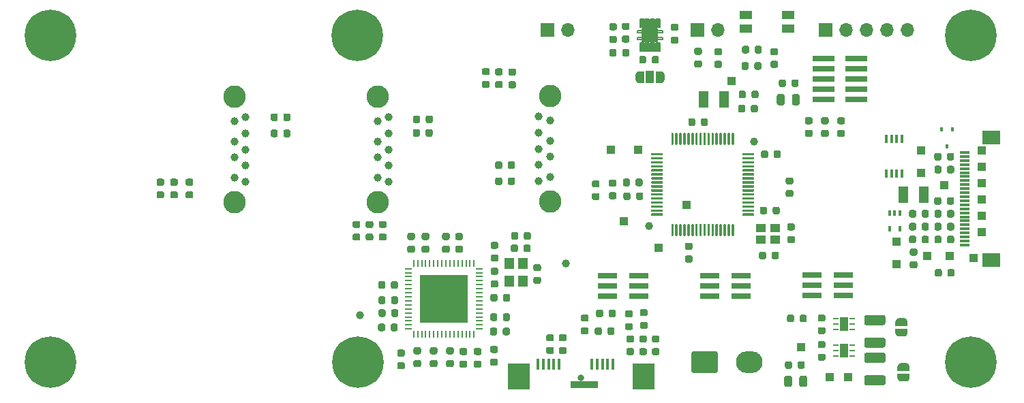
<source format=gts>
G04 #@! TF.GenerationSoftware,KiCad,Pcbnew,(5.1.9-0-10_14)*
G04 #@! TF.CreationDate,2021-02-19T17:06:03+01:00*
G04 #@! TF.ProjectId,base-plane,62617365-2d70-46c6-916e-652e6b696361,rev?*
G04 #@! TF.SameCoordinates,Original*
G04 #@! TF.FileFunction,Soldermask,Top*
G04 #@! TF.FilePolarity,Negative*
%FSLAX46Y46*%
G04 Gerber Fmt 4.6, Leading zero omitted, Abs format (unit mm)*
G04 Created by KiCad (PCBNEW (5.1.9-0-10_14)) date 2021-02-19 17:06:03*
%MOMM*%
%LPD*%
G01*
G04 APERTURE LIST*
%ADD10C,0.152400*%
%ADD11C,1.000000*%
%ADD12R,1.000000X1.000000*%
%ADD13R,0.400000X1.100000*%
%ADD14R,1.100000X1.100000*%
%ADD15R,0.400000X0.650000*%
%ADD16C,0.800000*%
%ADD17C,6.400000*%
%ADD18O,1.700000X1.700000*%
%ADD19R,1.700000X1.700000*%
%ADD20R,2.400000X0.740000*%
%ADD21R,1.150000X1.000000*%
%ADD22R,1.200000X1.400000*%
%ADD23C,0.508000*%
%ADD24R,1.750000X1.500000*%
%ADD25R,0.350000X0.850000*%
%ADD26R,6.000000X6.000000*%
%ADD27R,0.260000X0.860000*%
%ADD28R,0.860000X0.260000*%
%ADD29R,0.990600X1.701800*%
%ADD30R,0.660400X0.254000*%
%ADD31R,1.550000X1.000000*%
%ADD32R,0.399999X0.599999*%
%ADD33R,1.250000X2.000000*%
%ADD34C,0.150000*%
%ADD35R,1.000000X1.500000*%
%ADD36R,2.200000X1.800000*%
%ADD37R,1.300000X0.300000*%
%ADD38R,2.790000X0.740000*%
%ADD39C,2.800000*%
%ADD40R,0.400000X1.350000*%
%ADD41R,2.750000X3.300000*%
%ADD42R,3.400000X0.950000*%
%ADD43O,3.300000X2.700000*%
G04 APERTURE END LIST*
D10*
G04 #@! TO.C,U5*
X172212800Y-71639201D02*
X171722801Y-71639201D01*
X171722801Y-71639201D02*
X171722801Y-72629199D01*
X171722801Y-72629199D02*
X172212800Y-72629199D01*
X172212800Y-72629199D02*
X172212800Y-71639201D01*
X171562799Y-71639201D02*
X171072800Y-71639201D01*
X171072800Y-71639201D02*
X171072800Y-72629199D01*
X171072800Y-72629199D02*
X171562799Y-72629199D01*
X171562799Y-72629199D02*
X171562799Y-71639201D01*
X170912800Y-71639201D02*
X170422801Y-71639201D01*
X170422801Y-71639201D02*
X170422801Y-72629199D01*
X170422801Y-72629199D02*
X170912800Y-72629199D01*
X170912800Y-72629199D02*
X170912800Y-71639201D01*
X170262799Y-71639201D02*
X169772800Y-71639201D01*
X169772800Y-71639201D02*
X169772800Y-72629199D01*
X169772800Y-72629199D02*
X170262799Y-72629199D01*
X170262799Y-72629199D02*
X170262799Y-71639201D01*
X170262799Y-74589201D02*
X169772800Y-74589201D01*
X169772800Y-74589201D02*
X169772800Y-75579199D01*
X169772800Y-75579199D02*
X170262799Y-75579199D01*
X170262799Y-75579199D02*
X170262799Y-74589201D01*
X170912800Y-74589201D02*
X170422801Y-74589201D01*
X170422801Y-74589201D02*
X170422801Y-75579199D01*
X170422801Y-75579199D02*
X170912800Y-75579199D01*
X170912800Y-75579199D02*
X170912800Y-74589201D01*
X171562799Y-74589201D02*
X171072800Y-74589201D01*
X171072800Y-74589201D02*
X171072800Y-75579199D01*
X171072800Y-75579199D02*
X171562799Y-75579199D01*
X171562799Y-75579199D02*
X171562799Y-74589201D01*
X172212800Y-74589201D02*
X171722801Y-74589201D01*
X171722801Y-74589201D02*
X171722801Y-75579199D01*
X171722801Y-75579199D02*
X172212800Y-75579199D01*
X172212800Y-75579199D02*
X172212800Y-74589201D01*
X171867800Y-73609200D02*
X171867800Y-73609200D01*
X171867800Y-73609200D02*
X171867800Y-73609200D01*
X171867800Y-73609200D02*
X171867800Y-73609200D01*
X171867800Y-73609200D02*
X171867800Y-73609200D01*
X171867800Y-73609200D02*
X171867800Y-73609200D01*
X171867800Y-73609200D02*
X171867800Y-73609200D01*
X171867800Y-73609200D02*
X171867800Y-73609200D01*
X171867800Y-73609200D02*
X171867800Y-73609200D01*
X170117800Y-73609200D02*
X170117800Y-73609200D01*
X170117800Y-73609200D02*
X170117800Y-73609200D01*
X170117800Y-73609200D02*
X170117800Y-73609200D01*
X170117800Y-73609200D02*
X170117800Y-73609200D01*
X170117800Y-73609200D02*
X170117800Y-73609200D01*
X170117800Y-73609200D02*
X170117800Y-73609200D01*
X170117800Y-73609200D02*
X170117800Y-73609200D01*
X170117800Y-73609200D02*
X170117800Y-73609200D01*
X171867800Y-73062400D02*
X172567800Y-73062400D01*
X172567800Y-73062400D02*
X172567800Y-73292400D01*
X172567800Y-73292400D02*
X171867800Y-73292400D01*
X171867800Y-73292400D02*
X171867800Y-73062400D01*
X171867800Y-74156000D02*
X172567800Y-74156000D01*
X172567800Y-74156000D02*
X172567800Y-73926000D01*
X172567800Y-73926000D02*
X171867800Y-73926000D01*
X171867800Y-73926000D02*
X171867800Y-74156000D01*
X170117800Y-74156000D02*
X169417800Y-74156000D01*
X169417800Y-74156000D02*
X169417800Y-73926000D01*
X169417800Y-73926000D02*
X170117800Y-73926000D01*
X170117800Y-73926000D02*
X170117800Y-74156000D01*
X170117800Y-73062400D02*
X169417800Y-73062400D01*
X169417800Y-73062400D02*
X169417800Y-73292400D01*
X169417800Y-73292400D02*
X170117800Y-73292400D01*
X170117800Y-73292400D02*
X170117800Y-73062400D01*
X171931300Y-72795700D02*
X171931300Y-74422700D01*
X171931300Y-74422700D02*
X171586500Y-74422700D01*
X171586500Y-74422700D02*
X171586500Y-72795700D01*
X171586500Y-72795700D02*
X171931300Y-72795700D01*
X171186500Y-72795700D02*
X171186500Y-74422700D01*
X171186500Y-74422700D02*
X170799100Y-74422700D01*
X170799100Y-74422700D02*
X170799100Y-72795700D01*
X170799100Y-72795700D02*
X171186500Y-72795700D01*
X170399100Y-72795700D02*
X170399100Y-74422700D01*
X170399100Y-74422700D02*
X170054300Y-74422700D01*
X170054300Y-74422700D02*
X170054300Y-72795700D01*
X170054300Y-72795700D02*
X170399100Y-72795700D01*
X171931300Y-72795700D02*
X171931300Y-73409200D01*
X171931300Y-73409200D02*
X170054300Y-73409200D01*
X170054300Y-73409200D02*
X170054300Y-72795700D01*
X170054300Y-72795700D02*
X171931300Y-72795700D01*
X171931300Y-73809200D02*
X171931300Y-74422700D01*
X171931300Y-74422700D02*
X170054300Y-74422700D01*
X170054300Y-74422700D02*
X170054300Y-73809200D01*
X170054300Y-73809200D02*
X171931300Y-73809200D01*
G04 #@! TD*
D11*
G04 #@! TO.C,REF\u002A\u002A*
X170900000Y-97400000D03*
G04 #@! TD*
G04 #@! TO.C,REF\u002A\u002A*
X183900000Y-86900000D03*
G04 #@! TD*
G04 #@! TO.C,REF\u002A\u002A*
X160600000Y-102000000D03*
G04 #@! TD*
G04 #@! TO.C,REF\u002A\u002A*
X135000000Y-108500000D03*
G04 #@! TD*
D12*
G04 #@! TO.C,TP19*
X172085000Y-100076000D03*
G04 #@! TD*
G04 #@! TO.C,TP18*
X167767000Y-96774000D03*
G04 #@! TD*
G04 #@! TO.C,TP16*
X166116000Y-87884000D03*
G04 #@! TD*
G04 #@! TO.C,TP15*
X175514000Y-94742000D03*
G04 #@! TD*
G04 #@! TO.C,TP13*
X169545000Y-87884000D03*
G04 #@! TD*
G04 #@! TO.C,TP12*
X181102000Y-79375000D03*
G04 #@! TD*
G04 #@! TO.C,TP11*
X211201000Y-101346000D03*
G04 #@! TD*
G04 #@! TO.C,TP10*
X212217000Y-98171000D03*
G04 #@! TD*
G04 #@! TO.C,TP9*
X212217000Y-96139000D03*
G04 #@! TD*
G04 #@! TO.C,TP8*
X212217000Y-94107000D03*
G04 #@! TD*
G04 #@! TO.C,TP7*
X212217000Y-92075000D03*
G04 #@! TD*
G04 #@! TO.C,TP6*
X212217000Y-90043000D03*
G04 #@! TD*
G04 #@! TO.C,TP1*
X212217000Y-88011000D03*
G04 #@! TD*
D13*
G04 #@! TO.C,U6*
X200350000Y-86550000D03*
X201000000Y-86550000D03*
X201650000Y-86550000D03*
X202300000Y-86550000D03*
X202300000Y-90850000D03*
X201650000Y-90850000D03*
X201000000Y-90850000D03*
X200350000Y-90850000D03*
G04 #@! TD*
G04 #@! TO.C,C16*
G36*
G01*
X153643750Y-79362500D02*
X154156250Y-79362500D01*
G75*
G02*
X154375000Y-79581250I0J-218750D01*
G01*
X154375000Y-80018750D01*
G75*
G02*
X154156250Y-80237500I-218750J0D01*
G01*
X153643750Y-80237500D01*
G75*
G02*
X153425000Y-80018750I0J218750D01*
G01*
X153425000Y-79581250D01*
G75*
G02*
X153643750Y-79362500I218750J0D01*
G01*
G37*
G36*
G01*
X153643750Y-77787500D02*
X154156250Y-77787500D01*
G75*
G02*
X154375000Y-78006250I0J-218750D01*
G01*
X154375000Y-78443750D01*
G75*
G02*
X154156250Y-78662500I-218750J0D01*
G01*
X153643750Y-78662500D01*
G75*
G02*
X153425000Y-78443750I0J218750D01*
G01*
X153425000Y-78006250D01*
G75*
G02*
X153643750Y-77787500I218750J0D01*
G01*
G37*
G04 #@! TD*
G04 #@! TO.C,C55*
G36*
G01*
X204006250Y-101062500D02*
X203493750Y-101062500D01*
G75*
G02*
X203275000Y-100843750I0J218750D01*
G01*
X203275000Y-100406250D01*
G75*
G02*
X203493750Y-100187500I218750J0D01*
G01*
X204006250Y-100187500D01*
G75*
G02*
X204225000Y-100406250I0J-218750D01*
G01*
X204225000Y-100843750D01*
G75*
G02*
X204006250Y-101062500I-218750J0D01*
G01*
G37*
G36*
G01*
X204006250Y-102637500D02*
X203493750Y-102637500D01*
G75*
G02*
X203275000Y-102418750I0J218750D01*
G01*
X203275000Y-101981250D01*
G75*
G02*
X203493750Y-101762500I218750J0D01*
G01*
X204006250Y-101762500D01*
G75*
G02*
X204225000Y-101981250I0J-218750D01*
G01*
X204225000Y-102418750D01*
G75*
G02*
X204006250Y-102637500I-218750J0D01*
G01*
G37*
G04 #@! TD*
D14*
G04 #@! TO.C,D4*
X208250000Y-101100000D03*
X205450000Y-101100000D03*
G04 #@! TD*
D15*
G04 #@! TO.C,U7*
X202050000Y-97700000D03*
X200750000Y-97700000D03*
X201400000Y-95800000D03*
X200750000Y-95800000D03*
X202050000Y-95800000D03*
G04 #@! TD*
G04 #@! TO.C,C53*
G36*
G01*
X207212500Y-95593750D02*
X207212500Y-96106250D01*
G75*
G02*
X206993750Y-96325000I-218750J0D01*
G01*
X206556250Y-96325000D01*
G75*
G02*
X206337500Y-96106250I0J218750D01*
G01*
X206337500Y-95593750D01*
G75*
G02*
X206556250Y-95375000I218750J0D01*
G01*
X206993750Y-95375000D01*
G75*
G02*
X207212500Y-95593750I0J-218750D01*
G01*
G37*
G36*
G01*
X208787500Y-95593750D02*
X208787500Y-96106250D01*
G75*
G02*
X208568750Y-96325000I-218750J0D01*
G01*
X208131250Y-96325000D01*
G75*
G02*
X207912500Y-96106250I0J218750D01*
G01*
X207912500Y-95593750D01*
G75*
G02*
X208131250Y-95375000I218750J0D01*
G01*
X208568750Y-95375000D01*
G75*
G02*
X208787500Y-95593750I0J-218750D01*
G01*
G37*
G04 #@! TD*
D16*
G04 #@! TO.C,H6*
X136457056Y-112602944D03*
X134760000Y-111900000D03*
X133062944Y-112602944D03*
X132360000Y-114300000D03*
X133062944Y-115997056D03*
X134760000Y-116700000D03*
X136457056Y-115997056D03*
X137160000Y-114300000D03*
D17*
X134760000Y-114300000D03*
G04 #@! TD*
D16*
G04 #@! TO.C,H5*
X136317056Y-71962944D03*
X134620000Y-71260000D03*
X132922944Y-71962944D03*
X132220000Y-73660000D03*
X132922944Y-75357056D03*
X134620000Y-76060000D03*
X136317056Y-75357056D03*
X137020000Y-73660000D03*
D17*
X134620000Y-73660000D03*
G04 #@! TD*
G04 #@! TO.C,C63*
G36*
G01*
X138105500Y-109725750D02*
X138105500Y-110238250D01*
G75*
G02*
X137886750Y-110457000I-218750J0D01*
G01*
X137449250Y-110457000D01*
G75*
G02*
X137230500Y-110238250I0J218750D01*
G01*
X137230500Y-109725750D01*
G75*
G02*
X137449250Y-109507000I218750J0D01*
G01*
X137886750Y-109507000D01*
G75*
G02*
X138105500Y-109725750I0J-218750D01*
G01*
G37*
G36*
G01*
X139680500Y-109725750D02*
X139680500Y-110238250D01*
G75*
G02*
X139461750Y-110457000I-218750J0D01*
G01*
X139024250Y-110457000D01*
G75*
G02*
X138805500Y-110238250I0J218750D01*
G01*
X138805500Y-109725750D01*
G75*
G02*
X139024250Y-109507000I218750J0D01*
G01*
X139461750Y-109507000D01*
G75*
G02*
X139680500Y-109725750I0J-218750D01*
G01*
G37*
G04 #@! TD*
D18*
G04 #@! TO.C,J11*
X202971400Y-72948800D03*
X200431400Y-72948800D03*
X197891400Y-72948800D03*
X195351400Y-72948800D03*
D19*
X192811400Y-72948800D03*
G04 #@! TD*
D20*
G04 #@! TO.C,J6*
X191090000Y-103505000D03*
X194990000Y-103505000D03*
X191090000Y-104775000D03*
X194990000Y-104775000D03*
X191090000Y-106045000D03*
X194990000Y-106045000D03*
G04 #@! TD*
G04 #@! TO.C,J5*
X178390000Y-103537000D03*
X182290000Y-103537000D03*
X178390000Y-104807000D03*
X182290000Y-104807000D03*
X178390000Y-106077000D03*
X182290000Y-106077000D03*
G04 #@! TD*
G04 #@! TO.C,J4*
X165690000Y-103537000D03*
X169590000Y-103537000D03*
X165690000Y-104807000D03*
X169590000Y-104807000D03*
X165690000Y-106077000D03*
X169590000Y-106077000D03*
G04 #@! TD*
D21*
G04 #@! TO.C,Y2*
X186535000Y-99060000D03*
X184785000Y-99060000D03*
X184785000Y-97660000D03*
X186535000Y-97660000D03*
G04 #@! TD*
D22*
G04 #@! TO.C,Y1*
X155200000Y-102050000D03*
X155200000Y-104250000D03*
X153500000Y-104250000D03*
X153500000Y-102050000D03*
G04 #@! TD*
D23*
G04 #@! TO.C,U5*
X171386500Y-73609200D03*
X170599100Y-73609200D03*
D24*
X170992800Y-73609200D03*
D25*
X171967799Y-75084201D03*
X171317801Y-75084201D03*
X170667799Y-75084201D03*
X170017801Y-75084201D03*
X170017801Y-72134199D03*
X170667799Y-72134199D03*
X171317801Y-72134199D03*
X171967799Y-72134199D03*
G04 #@! TD*
G04 #@! TO.C,U4*
G36*
G01*
X173646000Y-87202000D02*
X173646000Y-85877000D01*
G75*
G02*
X173721000Y-85802000I75000J0D01*
G01*
X173871000Y-85802000D01*
G75*
G02*
X173946000Y-85877000I0J-75000D01*
G01*
X173946000Y-87202000D01*
G75*
G02*
X173871000Y-87277000I-75000J0D01*
G01*
X173721000Y-87277000D01*
G75*
G02*
X173646000Y-87202000I0J75000D01*
G01*
G37*
G36*
G01*
X174146000Y-87202000D02*
X174146000Y-85877000D01*
G75*
G02*
X174221000Y-85802000I75000J0D01*
G01*
X174371000Y-85802000D01*
G75*
G02*
X174446000Y-85877000I0J-75000D01*
G01*
X174446000Y-87202000D01*
G75*
G02*
X174371000Y-87277000I-75000J0D01*
G01*
X174221000Y-87277000D01*
G75*
G02*
X174146000Y-87202000I0J75000D01*
G01*
G37*
G36*
G01*
X174646000Y-87202000D02*
X174646000Y-85877000D01*
G75*
G02*
X174721000Y-85802000I75000J0D01*
G01*
X174871000Y-85802000D01*
G75*
G02*
X174946000Y-85877000I0J-75000D01*
G01*
X174946000Y-87202000D01*
G75*
G02*
X174871000Y-87277000I-75000J0D01*
G01*
X174721000Y-87277000D01*
G75*
G02*
X174646000Y-87202000I0J75000D01*
G01*
G37*
G36*
G01*
X175146000Y-87202000D02*
X175146000Y-85877000D01*
G75*
G02*
X175221000Y-85802000I75000J0D01*
G01*
X175371000Y-85802000D01*
G75*
G02*
X175446000Y-85877000I0J-75000D01*
G01*
X175446000Y-87202000D01*
G75*
G02*
X175371000Y-87277000I-75000J0D01*
G01*
X175221000Y-87277000D01*
G75*
G02*
X175146000Y-87202000I0J75000D01*
G01*
G37*
G36*
G01*
X175646000Y-87202000D02*
X175646000Y-85877000D01*
G75*
G02*
X175721000Y-85802000I75000J0D01*
G01*
X175871000Y-85802000D01*
G75*
G02*
X175946000Y-85877000I0J-75000D01*
G01*
X175946000Y-87202000D01*
G75*
G02*
X175871000Y-87277000I-75000J0D01*
G01*
X175721000Y-87277000D01*
G75*
G02*
X175646000Y-87202000I0J75000D01*
G01*
G37*
G36*
G01*
X176146000Y-87202000D02*
X176146000Y-85877000D01*
G75*
G02*
X176221000Y-85802000I75000J0D01*
G01*
X176371000Y-85802000D01*
G75*
G02*
X176446000Y-85877000I0J-75000D01*
G01*
X176446000Y-87202000D01*
G75*
G02*
X176371000Y-87277000I-75000J0D01*
G01*
X176221000Y-87277000D01*
G75*
G02*
X176146000Y-87202000I0J75000D01*
G01*
G37*
G36*
G01*
X176646000Y-87202000D02*
X176646000Y-85877000D01*
G75*
G02*
X176721000Y-85802000I75000J0D01*
G01*
X176871000Y-85802000D01*
G75*
G02*
X176946000Y-85877000I0J-75000D01*
G01*
X176946000Y-87202000D01*
G75*
G02*
X176871000Y-87277000I-75000J0D01*
G01*
X176721000Y-87277000D01*
G75*
G02*
X176646000Y-87202000I0J75000D01*
G01*
G37*
G36*
G01*
X177146000Y-87202000D02*
X177146000Y-85877000D01*
G75*
G02*
X177221000Y-85802000I75000J0D01*
G01*
X177371000Y-85802000D01*
G75*
G02*
X177446000Y-85877000I0J-75000D01*
G01*
X177446000Y-87202000D01*
G75*
G02*
X177371000Y-87277000I-75000J0D01*
G01*
X177221000Y-87277000D01*
G75*
G02*
X177146000Y-87202000I0J75000D01*
G01*
G37*
G36*
G01*
X177646000Y-87202000D02*
X177646000Y-85877000D01*
G75*
G02*
X177721000Y-85802000I75000J0D01*
G01*
X177871000Y-85802000D01*
G75*
G02*
X177946000Y-85877000I0J-75000D01*
G01*
X177946000Y-87202000D01*
G75*
G02*
X177871000Y-87277000I-75000J0D01*
G01*
X177721000Y-87277000D01*
G75*
G02*
X177646000Y-87202000I0J75000D01*
G01*
G37*
G36*
G01*
X178146000Y-87202000D02*
X178146000Y-85877000D01*
G75*
G02*
X178221000Y-85802000I75000J0D01*
G01*
X178371000Y-85802000D01*
G75*
G02*
X178446000Y-85877000I0J-75000D01*
G01*
X178446000Y-87202000D01*
G75*
G02*
X178371000Y-87277000I-75000J0D01*
G01*
X178221000Y-87277000D01*
G75*
G02*
X178146000Y-87202000I0J75000D01*
G01*
G37*
G36*
G01*
X178646000Y-87202000D02*
X178646000Y-85877000D01*
G75*
G02*
X178721000Y-85802000I75000J0D01*
G01*
X178871000Y-85802000D01*
G75*
G02*
X178946000Y-85877000I0J-75000D01*
G01*
X178946000Y-87202000D01*
G75*
G02*
X178871000Y-87277000I-75000J0D01*
G01*
X178721000Y-87277000D01*
G75*
G02*
X178646000Y-87202000I0J75000D01*
G01*
G37*
G36*
G01*
X179146000Y-87202000D02*
X179146000Y-85877000D01*
G75*
G02*
X179221000Y-85802000I75000J0D01*
G01*
X179371000Y-85802000D01*
G75*
G02*
X179446000Y-85877000I0J-75000D01*
G01*
X179446000Y-87202000D01*
G75*
G02*
X179371000Y-87277000I-75000J0D01*
G01*
X179221000Y-87277000D01*
G75*
G02*
X179146000Y-87202000I0J75000D01*
G01*
G37*
G36*
G01*
X179646000Y-87202000D02*
X179646000Y-85877000D01*
G75*
G02*
X179721000Y-85802000I75000J0D01*
G01*
X179871000Y-85802000D01*
G75*
G02*
X179946000Y-85877000I0J-75000D01*
G01*
X179946000Y-87202000D01*
G75*
G02*
X179871000Y-87277000I-75000J0D01*
G01*
X179721000Y-87277000D01*
G75*
G02*
X179646000Y-87202000I0J75000D01*
G01*
G37*
G36*
G01*
X180146000Y-87202000D02*
X180146000Y-85877000D01*
G75*
G02*
X180221000Y-85802000I75000J0D01*
G01*
X180371000Y-85802000D01*
G75*
G02*
X180446000Y-85877000I0J-75000D01*
G01*
X180446000Y-87202000D01*
G75*
G02*
X180371000Y-87277000I-75000J0D01*
G01*
X180221000Y-87277000D01*
G75*
G02*
X180146000Y-87202000I0J75000D01*
G01*
G37*
G36*
G01*
X180646000Y-87202000D02*
X180646000Y-85877000D01*
G75*
G02*
X180721000Y-85802000I75000J0D01*
G01*
X180871000Y-85802000D01*
G75*
G02*
X180946000Y-85877000I0J-75000D01*
G01*
X180946000Y-87202000D01*
G75*
G02*
X180871000Y-87277000I-75000J0D01*
G01*
X180721000Y-87277000D01*
G75*
G02*
X180646000Y-87202000I0J75000D01*
G01*
G37*
G36*
G01*
X181146000Y-87202000D02*
X181146000Y-85877000D01*
G75*
G02*
X181221000Y-85802000I75000J0D01*
G01*
X181371000Y-85802000D01*
G75*
G02*
X181446000Y-85877000I0J-75000D01*
G01*
X181446000Y-87202000D01*
G75*
G02*
X181371000Y-87277000I-75000J0D01*
G01*
X181221000Y-87277000D01*
G75*
G02*
X181146000Y-87202000I0J75000D01*
G01*
G37*
G36*
G01*
X182471000Y-88527000D02*
X182471000Y-88377000D01*
G75*
G02*
X182546000Y-88302000I75000J0D01*
G01*
X183871000Y-88302000D01*
G75*
G02*
X183946000Y-88377000I0J-75000D01*
G01*
X183946000Y-88527000D01*
G75*
G02*
X183871000Y-88602000I-75000J0D01*
G01*
X182546000Y-88602000D01*
G75*
G02*
X182471000Y-88527000I0J75000D01*
G01*
G37*
G36*
G01*
X182471000Y-89027000D02*
X182471000Y-88877000D01*
G75*
G02*
X182546000Y-88802000I75000J0D01*
G01*
X183871000Y-88802000D01*
G75*
G02*
X183946000Y-88877000I0J-75000D01*
G01*
X183946000Y-89027000D01*
G75*
G02*
X183871000Y-89102000I-75000J0D01*
G01*
X182546000Y-89102000D01*
G75*
G02*
X182471000Y-89027000I0J75000D01*
G01*
G37*
G36*
G01*
X182471000Y-89527000D02*
X182471000Y-89377000D01*
G75*
G02*
X182546000Y-89302000I75000J0D01*
G01*
X183871000Y-89302000D01*
G75*
G02*
X183946000Y-89377000I0J-75000D01*
G01*
X183946000Y-89527000D01*
G75*
G02*
X183871000Y-89602000I-75000J0D01*
G01*
X182546000Y-89602000D01*
G75*
G02*
X182471000Y-89527000I0J75000D01*
G01*
G37*
G36*
G01*
X182471000Y-90027000D02*
X182471000Y-89877000D01*
G75*
G02*
X182546000Y-89802000I75000J0D01*
G01*
X183871000Y-89802000D01*
G75*
G02*
X183946000Y-89877000I0J-75000D01*
G01*
X183946000Y-90027000D01*
G75*
G02*
X183871000Y-90102000I-75000J0D01*
G01*
X182546000Y-90102000D01*
G75*
G02*
X182471000Y-90027000I0J75000D01*
G01*
G37*
G36*
G01*
X182471000Y-90527000D02*
X182471000Y-90377000D01*
G75*
G02*
X182546000Y-90302000I75000J0D01*
G01*
X183871000Y-90302000D01*
G75*
G02*
X183946000Y-90377000I0J-75000D01*
G01*
X183946000Y-90527000D01*
G75*
G02*
X183871000Y-90602000I-75000J0D01*
G01*
X182546000Y-90602000D01*
G75*
G02*
X182471000Y-90527000I0J75000D01*
G01*
G37*
G36*
G01*
X182471000Y-91027000D02*
X182471000Y-90877000D01*
G75*
G02*
X182546000Y-90802000I75000J0D01*
G01*
X183871000Y-90802000D01*
G75*
G02*
X183946000Y-90877000I0J-75000D01*
G01*
X183946000Y-91027000D01*
G75*
G02*
X183871000Y-91102000I-75000J0D01*
G01*
X182546000Y-91102000D01*
G75*
G02*
X182471000Y-91027000I0J75000D01*
G01*
G37*
G36*
G01*
X182471000Y-91527000D02*
X182471000Y-91377000D01*
G75*
G02*
X182546000Y-91302000I75000J0D01*
G01*
X183871000Y-91302000D01*
G75*
G02*
X183946000Y-91377000I0J-75000D01*
G01*
X183946000Y-91527000D01*
G75*
G02*
X183871000Y-91602000I-75000J0D01*
G01*
X182546000Y-91602000D01*
G75*
G02*
X182471000Y-91527000I0J75000D01*
G01*
G37*
G36*
G01*
X182471000Y-92027000D02*
X182471000Y-91877000D01*
G75*
G02*
X182546000Y-91802000I75000J0D01*
G01*
X183871000Y-91802000D01*
G75*
G02*
X183946000Y-91877000I0J-75000D01*
G01*
X183946000Y-92027000D01*
G75*
G02*
X183871000Y-92102000I-75000J0D01*
G01*
X182546000Y-92102000D01*
G75*
G02*
X182471000Y-92027000I0J75000D01*
G01*
G37*
G36*
G01*
X182471000Y-92527000D02*
X182471000Y-92377000D01*
G75*
G02*
X182546000Y-92302000I75000J0D01*
G01*
X183871000Y-92302000D01*
G75*
G02*
X183946000Y-92377000I0J-75000D01*
G01*
X183946000Y-92527000D01*
G75*
G02*
X183871000Y-92602000I-75000J0D01*
G01*
X182546000Y-92602000D01*
G75*
G02*
X182471000Y-92527000I0J75000D01*
G01*
G37*
G36*
G01*
X182471000Y-93027000D02*
X182471000Y-92877000D01*
G75*
G02*
X182546000Y-92802000I75000J0D01*
G01*
X183871000Y-92802000D01*
G75*
G02*
X183946000Y-92877000I0J-75000D01*
G01*
X183946000Y-93027000D01*
G75*
G02*
X183871000Y-93102000I-75000J0D01*
G01*
X182546000Y-93102000D01*
G75*
G02*
X182471000Y-93027000I0J75000D01*
G01*
G37*
G36*
G01*
X182471000Y-93527000D02*
X182471000Y-93377000D01*
G75*
G02*
X182546000Y-93302000I75000J0D01*
G01*
X183871000Y-93302000D01*
G75*
G02*
X183946000Y-93377000I0J-75000D01*
G01*
X183946000Y-93527000D01*
G75*
G02*
X183871000Y-93602000I-75000J0D01*
G01*
X182546000Y-93602000D01*
G75*
G02*
X182471000Y-93527000I0J75000D01*
G01*
G37*
G36*
G01*
X182471000Y-94027000D02*
X182471000Y-93877000D01*
G75*
G02*
X182546000Y-93802000I75000J0D01*
G01*
X183871000Y-93802000D01*
G75*
G02*
X183946000Y-93877000I0J-75000D01*
G01*
X183946000Y-94027000D01*
G75*
G02*
X183871000Y-94102000I-75000J0D01*
G01*
X182546000Y-94102000D01*
G75*
G02*
X182471000Y-94027000I0J75000D01*
G01*
G37*
G36*
G01*
X182471000Y-94527000D02*
X182471000Y-94377000D01*
G75*
G02*
X182546000Y-94302000I75000J0D01*
G01*
X183871000Y-94302000D01*
G75*
G02*
X183946000Y-94377000I0J-75000D01*
G01*
X183946000Y-94527000D01*
G75*
G02*
X183871000Y-94602000I-75000J0D01*
G01*
X182546000Y-94602000D01*
G75*
G02*
X182471000Y-94527000I0J75000D01*
G01*
G37*
G36*
G01*
X182471000Y-95027000D02*
X182471000Y-94877000D01*
G75*
G02*
X182546000Y-94802000I75000J0D01*
G01*
X183871000Y-94802000D01*
G75*
G02*
X183946000Y-94877000I0J-75000D01*
G01*
X183946000Y-95027000D01*
G75*
G02*
X183871000Y-95102000I-75000J0D01*
G01*
X182546000Y-95102000D01*
G75*
G02*
X182471000Y-95027000I0J75000D01*
G01*
G37*
G36*
G01*
X182471000Y-95527000D02*
X182471000Y-95377000D01*
G75*
G02*
X182546000Y-95302000I75000J0D01*
G01*
X183871000Y-95302000D01*
G75*
G02*
X183946000Y-95377000I0J-75000D01*
G01*
X183946000Y-95527000D01*
G75*
G02*
X183871000Y-95602000I-75000J0D01*
G01*
X182546000Y-95602000D01*
G75*
G02*
X182471000Y-95527000I0J75000D01*
G01*
G37*
G36*
G01*
X182471000Y-96027000D02*
X182471000Y-95877000D01*
G75*
G02*
X182546000Y-95802000I75000J0D01*
G01*
X183871000Y-95802000D01*
G75*
G02*
X183946000Y-95877000I0J-75000D01*
G01*
X183946000Y-96027000D01*
G75*
G02*
X183871000Y-96102000I-75000J0D01*
G01*
X182546000Y-96102000D01*
G75*
G02*
X182471000Y-96027000I0J75000D01*
G01*
G37*
G36*
G01*
X181146000Y-98527000D02*
X181146000Y-97202000D01*
G75*
G02*
X181221000Y-97127000I75000J0D01*
G01*
X181371000Y-97127000D01*
G75*
G02*
X181446000Y-97202000I0J-75000D01*
G01*
X181446000Y-98527000D01*
G75*
G02*
X181371000Y-98602000I-75000J0D01*
G01*
X181221000Y-98602000D01*
G75*
G02*
X181146000Y-98527000I0J75000D01*
G01*
G37*
G36*
G01*
X180646000Y-98527000D02*
X180646000Y-97202000D01*
G75*
G02*
X180721000Y-97127000I75000J0D01*
G01*
X180871000Y-97127000D01*
G75*
G02*
X180946000Y-97202000I0J-75000D01*
G01*
X180946000Y-98527000D01*
G75*
G02*
X180871000Y-98602000I-75000J0D01*
G01*
X180721000Y-98602000D01*
G75*
G02*
X180646000Y-98527000I0J75000D01*
G01*
G37*
G36*
G01*
X180146000Y-98527000D02*
X180146000Y-97202000D01*
G75*
G02*
X180221000Y-97127000I75000J0D01*
G01*
X180371000Y-97127000D01*
G75*
G02*
X180446000Y-97202000I0J-75000D01*
G01*
X180446000Y-98527000D01*
G75*
G02*
X180371000Y-98602000I-75000J0D01*
G01*
X180221000Y-98602000D01*
G75*
G02*
X180146000Y-98527000I0J75000D01*
G01*
G37*
G36*
G01*
X179646000Y-98527000D02*
X179646000Y-97202000D01*
G75*
G02*
X179721000Y-97127000I75000J0D01*
G01*
X179871000Y-97127000D01*
G75*
G02*
X179946000Y-97202000I0J-75000D01*
G01*
X179946000Y-98527000D01*
G75*
G02*
X179871000Y-98602000I-75000J0D01*
G01*
X179721000Y-98602000D01*
G75*
G02*
X179646000Y-98527000I0J75000D01*
G01*
G37*
G36*
G01*
X179146000Y-98527000D02*
X179146000Y-97202000D01*
G75*
G02*
X179221000Y-97127000I75000J0D01*
G01*
X179371000Y-97127000D01*
G75*
G02*
X179446000Y-97202000I0J-75000D01*
G01*
X179446000Y-98527000D01*
G75*
G02*
X179371000Y-98602000I-75000J0D01*
G01*
X179221000Y-98602000D01*
G75*
G02*
X179146000Y-98527000I0J75000D01*
G01*
G37*
G36*
G01*
X178646000Y-98527000D02*
X178646000Y-97202000D01*
G75*
G02*
X178721000Y-97127000I75000J0D01*
G01*
X178871000Y-97127000D01*
G75*
G02*
X178946000Y-97202000I0J-75000D01*
G01*
X178946000Y-98527000D01*
G75*
G02*
X178871000Y-98602000I-75000J0D01*
G01*
X178721000Y-98602000D01*
G75*
G02*
X178646000Y-98527000I0J75000D01*
G01*
G37*
G36*
G01*
X178146000Y-98527000D02*
X178146000Y-97202000D01*
G75*
G02*
X178221000Y-97127000I75000J0D01*
G01*
X178371000Y-97127000D01*
G75*
G02*
X178446000Y-97202000I0J-75000D01*
G01*
X178446000Y-98527000D01*
G75*
G02*
X178371000Y-98602000I-75000J0D01*
G01*
X178221000Y-98602000D01*
G75*
G02*
X178146000Y-98527000I0J75000D01*
G01*
G37*
G36*
G01*
X177646000Y-98527000D02*
X177646000Y-97202000D01*
G75*
G02*
X177721000Y-97127000I75000J0D01*
G01*
X177871000Y-97127000D01*
G75*
G02*
X177946000Y-97202000I0J-75000D01*
G01*
X177946000Y-98527000D01*
G75*
G02*
X177871000Y-98602000I-75000J0D01*
G01*
X177721000Y-98602000D01*
G75*
G02*
X177646000Y-98527000I0J75000D01*
G01*
G37*
G36*
G01*
X177146000Y-98527000D02*
X177146000Y-97202000D01*
G75*
G02*
X177221000Y-97127000I75000J0D01*
G01*
X177371000Y-97127000D01*
G75*
G02*
X177446000Y-97202000I0J-75000D01*
G01*
X177446000Y-98527000D01*
G75*
G02*
X177371000Y-98602000I-75000J0D01*
G01*
X177221000Y-98602000D01*
G75*
G02*
X177146000Y-98527000I0J75000D01*
G01*
G37*
G36*
G01*
X176646000Y-98527000D02*
X176646000Y-97202000D01*
G75*
G02*
X176721000Y-97127000I75000J0D01*
G01*
X176871000Y-97127000D01*
G75*
G02*
X176946000Y-97202000I0J-75000D01*
G01*
X176946000Y-98527000D01*
G75*
G02*
X176871000Y-98602000I-75000J0D01*
G01*
X176721000Y-98602000D01*
G75*
G02*
X176646000Y-98527000I0J75000D01*
G01*
G37*
G36*
G01*
X176146000Y-98527000D02*
X176146000Y-97202000D01*
G75*
G02*
X176221000Y-97127000I75000J0D01*
G01*
X176371000Y-97127000D01*
G75*
G02*
X176446000Y-97202000I0J-75000D01*
G01*
X176446000Y-98527000D01*
G75*
G02*
X176371000Y-98602000I-75000J0D01*
G01*
X176221000Y-98602000D01*
G75*
G02*
X176146000Y-98527000I0J75000D01*
G01*
G37*
G36*
G01*
X175646000Y-98527000D02*
X175646000Y-97202000D01*
G75*
G02*
X175721000Y-97127000I75000J0D01*
G01*
X175871000Y-97127000D01*
G75*
G02*
X175946000Y-97202000I0J-75000D01*
G01*
X175946000Y-98527000D01*
G75*
G02*
X175871000Y-98602000I-75000J0D01*
G01*
X175721000Y-98602000D01*
G75*
G02*
X175646000Y-98527000I0J75000D01*
G01*
G37*
G36*
G01*
X175146000Y-98527000D02*
X175146000Y-97202000D01*
G75*
G02*
X175221000Y-97127000I75000J0D01*
G01*
X175371000Y-97127000D01*
G75*
G02*
X175446000Y-97202000I0J-75000D01*
G01*
X175446000Y-98527000D01*
G75*
G02*
X175371000Y-98602000I-75000J0D01*
G01*
X175221000Y-98602000D01*
G75*
G02*
X175146000Y-98527000I0J75000D01*
G01*
G37*
G36*
G01*
X174646000Y-98527000D02*
X174646000Y-97202000D01*
G75*
G02*
X174721000Y-97127000I75000J0D01*
G01*
X174871000Y-97127000D01*
G75*
G02*
X174946000Y-97202000I0J-75000D01*
G01*
X174946000Y-98527000D01*
G75*
G02*
X174871000Y-98602000I-75000J0D01*
G01*
X174721000Y-98602000D01*
G75*
G02*
X174646000Y-98527000I0J75000D01*
G01*
G37*
G36*
G01*
X174146000Y-98527000D02*
X174146000Y-97202000D01*
G75*
G02*
X174221000Y-97127000I75000J0D01*
G01*
X174371000Y-97127000D01*
G75*
G02*
X174446000Y-97202000I0J-75000D01*
G01*
X174446000Y-98527000D01*
G75*
G02*
X174371000Y-98602000I-75000J0D01*
G01*
X174221000Y-98602000D01*
G75*
G02*
X174146000Y-98527000I0J75000D01*
G01*
G37*
G36*
G01*
X173646000Y-98527000D02*
X173646000Y-97202000D01*
G75*
G02*
X173721000Y-97127000I75000J0D01*
G01*
X173871000Y-97127000D01*
G75*
G02*
X173946000Y-97202000I0J-75000D01*
G01*
X173946000Y-98527000D01*
G75*
G02*
X173871000Y-98602000I-75000J0D01*
G01*
X173721000Y-98602000D01*
G75*
G02*
X173646000Y-98527000I0J75000D01*
G01*
G37*
G36*
G01*
X171146000Y-96027000D02*
X171146000Y-95877000D01*
G75*
G02*
X171221000Y-95802000I75000J0D01*
G01*
X172546000Y-95802000D01*
G75*
G02*
X172621000Y-95877000I0J-75000D01*
G01*
X172621000Y-96027000D01*
G75*
G02*
X172546000Y-96102000I-75000J0D01*
G01*
X171221000Y-96102000D01*
G75*
G02*
X171146000Y-96027000I0J75000D01*
G01*
G37*
G36*
G01*
X171146000Y-95527000D02*
X171146000Y-95377000D01*
G75*
G02*
X171221000Y-95302000I75000J0D01*
G01*
X172546000Y-95302000D01*
G75*
G02*
X172621000Y-95377000I0J-75000D01*
G01*
X172621000Y-95527000D01*
G75*
G02*
X172546000Y-95602000I-75000J0D01*
G01*
X171221000Y-95602000D01*
G75*
G02*
X171146000Y-95527000I0J75000D01*
G01*
G37*
G36*
G01*
X171146000Y-95027000D02*
X171146000Y-94877000D01*
G75*
G02*
X171221000Y-94802000I75000J0D01*
G01*
X172546000Y-94802000D01*
G75*
G02*
X172621000Y-94877000I0J-75000D01*
G01*
X172621000Y-95027000D01*
G75*
G02*
X172546000Y-95102000I-75000J0D01*
G01*
X171221000Y-95102000D01*
G75*
G02*
X171146000Y-95027000I0J75000D01*
G01*
G37*
G36*
G01*
X171146000Y-94527000D02*
X171146000Y-94377000D01*
G75*
G02*
X171221000Y-94302000I75000J0D01*
G01*
X172546000Y-94302000D01*
G75*
G02*
X172621000Y-94377000I0J-75000D01*
G01*
X172621000Y-94527000D01*
G75*
G02*
X172546000Y-94602000I-75000J0D01*
G01*
X171221000Y-94602000D01*
G75*
G02*
X171146000Y-94527000I0J75000D01*
G01*
G37*
G36*
G01*
X171146000Y-94027000D02*
X171146000Y-93877000D01*
G75*
G02*
X171221000Y-93802000I75000J0D01*
G01*
X172546000Y-93802000D01*
G75*
G02*
X172621000Y-93877000I0J-75000D01*
G01*
X172621000Y-94027000D01*
G75*
G02*
X172546000Y-94102000I-75000J0D01*
G01*
X171221000Y-94102000D01*
G75*
G02*
X171146000Y-94027000I0J75000D01*
G01*
G37*
G36*
G01*
X171146000Y-93527000D02*
X171146000Y-93377000D01*
G75*
G02*
X171221000Y-93302000I75000J0D01*
G01*
X172546000Y-93302000D01*
G75*
G02*
X172621000Y-93377000I0J-75000D01*
G01*
X172621000Y-93527000D01*
G75*
G02*
X172546000Y-93602000I-75000J0D01*
G01*
X171221000Y-93602000D01*
G75*
G02*
X171146000Y-93527000I0J75000D01*
G01*
G37*
G36*
G01*
X171146000Y-93027000D02*
X171146000Y-92877000D01*
G75*
G02*
X171221000Y-92802000I75000J0D01*
G01*
X172546000Y-92802000D01*
G75*
G02*
X172621000Y-92877000I0J-75000D01*
G01*
X172621000Y-93027000D01*
G75*
G02*
X172546000Y-93102000I-75000J0D01*
G01*
X171221000Y-93102000D01*
G75*
G02*
X171146000Y-93027000I0J75000D01*
G01*
G37*
G36*
G01*
X171146000Y-92527000D02*
X171146000Y-92377000D01*
G75*
G02*
X171221000Y-92302000I75000J0D01*
G01*
X172546000Y-92302000D01*
G75*
G02*
X172621000Y-92377000I0J-75000D01*
G01*
X172621000Y-92527000D01*
G75*
G02*
X172546000Y-92602000I-75000J0D01*
G01*
X171221000Y-92602000D01*
G75*
G02*
X171146000Y-92527000I0J75000D01*
G01*
G37*
G36*
G01*
X171146000Y-92027000D02*
X171146000Y-91877000D01*
G75*
G02*
X171221000Y-91802000I75000J0D01*
G01*
X172546000Y-91802000D01*
G75*
G02*
X172621000Y-91877000I0J-75000D01*
G01*
X172621000Y-92027000D01*
G75*
G02*
X172546000Y-92102000I-75000J0D01*
G01*
X171221000Y-92102000D01*
G75*
G02*
X171146000Y-92027000I0J75000D01*
G01*
G37*
G36*
G01*
X171146000Y-91527000D02*
X171146000Y-91377000D01*
G75*
G02*
X171221000Y-91302000I75000J0D01*
G01*
X172546000Y-91302000D01*
G75*
G02*
X172621000Y-91377000I0J-75000D01*
G01*
X172621000Y-91527000D01*
G75*
G02*
X172546000Y-91602000I-75000J0D01*
G01*
X171221000Y-91602000D01*
G75*
G02*
X171146000Y-91527000I0J75000D01*
G01*
G37*
G36*
G01*
X171146000Y-91027000D02*
X171146000Y-90877000D01*
G75*
G02*
X171221000Y-90802000I75000J0D01*
G01*
X172546000Y-90802000D01*
G75*
G02*
X172621000Y-90877000I0J-75000D01*
G01*
X172621000Y-91027000D01*
G75*
G02*
X172546000Y-91102000I-75000J0D01*
G01*
X171221000Y-91102000D01*
G75*
G02*
X171146000Y-91027000I0J75000D01*
G01*
G37*
G36*
G01*
X171146000Y-90527000D02*
X171146000Y-90377000D01*
G75*
G02*
X171221000Y-90302000I75000J0D01*
G01*
X172546000Y-90302000D01*
G75*
G02*
X172621000Y-90377000I0J-75000D01*
G01*
X172621000Y-90527000D01*
G75*
G02*
X172546000Y-90602000I-75000J0D01*
G01*
X171221000Y-90602000D01*
G75*
G02*
X171146000Y-90527000I0J75000D01*
G01*
G37*
G36*
G01*
X171146000Y-90027000D02*
X171146000Y-89877000D01*
G75*
G02*
X171221000Y-89802000I75000J0D01*
G01*
X172546000Y-89802000D01*
G75*
G02*
X172621000Y-89877000I0J-75000D01*
G01*
X172621000Y-90027000D01*
G75*
G02*
X172546000Y-90102000I-75000J0D01*
G01*
X171221000Y-90102000D01*
G75*
G02*
X171146000Y-90027000I0J75000D01*
G01*
G37*
G36*
G01*
X171146000Y-89527000D02*
X171146000Y-89377000D01*
G75*
G02*
X171221000Y-89302000I75000J0D01*
G01*
X172546000Y-89302000D01*
G75*
G02*
X172621000Y-89377000I0J-75000D01*
G01*
X172621000Y-89527000D01*
G75*
G02*
X172546000Y-89602000I-75000J0D01*
G01*
X171221000Y-89602000D01*
G75*
G02*
X171146000Y-89527000I0J75000D01*
G01*
G37*
G36*
G01*
X171146000Y-89027000D02*
X171146000Y-88877000D01*
G75*
G02*
X171221000Y-88802000I75000J0D01*
G01*
X172546000Y-88802000D01*
G75*
G02*
X172621000Y-88877000I0J-75000D01*
G01*
X172621000Y-89027000D01*
G75*
G02*
X172546000Y-89102000I-75000J0D01*
G01*
X171221000Y-89102000D01*
G75*
G02*
X171146000Y-89027000I0J75000D01*
G01*
G37*
G36*
G01*
X171146000Y-88527000D02*
X171146000Y-88377000D01*
G75*
G02*
X171221000Y-88302000I75000J0D01*
G01*
X172546000Y-88302000D01*
G75*
G02*
X172621000Y-88377000I0J-75000D01*
G01*
X172621000Y-88527000D01*
G75*
G02*
X172546000Y-88602000I-75000J0D01*
G01*
X171221000Y-88602000D01*
G75*
G02*
X171146000Y-88527000I0J75000D01*
G01*
G37*
G04 #@! TD*
D26*
G04 #@! TO.C,U3*
X145415000Y-106426000D03*
D27*
X149165000Y-110861000D03*
X148665000Y-110861000D03*
X148165000Y-110861000D03*
X147665000Y-110861000D03*
X147165000Y-110861000D03*
X146665000Y-110861000D03*
X146165000Y-110861000D03*
X145665000Y-110861000D03*
X145165000Y-110861000D03*
X144665000Y-110861000D03*
X144165000Y-110861000D03*
X143665000Y-110861000D03*
X143165000Y-110861000D03*
X142665000Y-110861000D03*
X142165000Y-110861000D03*
X141665000Y-110861000D03*
X141665000Y-101991000D03*
X142165000Y-101991000D03*
X142665000Y-101991000D03*
X143165000Y-101991000D03*
X143665000Y-101991000D03*
X144165000Y-101991000D03*
X144665000Y-101991000D03*
X145165000Y-101991000D03*
X145665000Y-101991000D03*
X146165000Y-101991000D03*
X146665000Y-101991000D03*
X147165000Y-101991000D03*
X147665000Y-101991000D03*
X148165000Y-101991000D03*
X148665000Y-101991000D03*
X149165000Y-101991000D03*
D28*
X149850000Y-102676000D03*
X149850000Y-103176000D03*
X149850000Y-103676000D03*
X149850000Y-104176000D03*
X149850000Y-104676000D03*
X149850000Y-105176000D03*
X149850000Y-105676000D03*
X149850000Y-106176000D03*
X149850000Y-106676000D03*
X149850000Y-107176000D03*
X149850000Y-107676000D03*
X149850000Y-108176000D03*
X149850000Y-108676000D03*
X149850000Y-109176000D03*
X149850000Y-109676000D03*
X149850000Y-110176000D03*
X140980000Y-110176000D03*
X140980000Y-109676000D03*
X140980000Y-109176000D03*
X140980000Y-108676000D03*
X140980000Y-108176000D03*
X140980000Y-107676000D03*
X140980000Y-107176000D03*
X140980000Y-106676000D03*
X140980000Y-106176000D03*
X140980000Y-105676000D03*
X140980000Y-105176000D03*
X140980000Y-104676000D03*
X140980000Y-104176000D03*
X140980000Y-103676000D03*
X140980000Y-103176000D03*
X140980000Y-102676000D03*
G04 #@! TD*
D29*
G04 #@! TO.C,U2*
X195122800Y-109575600D03*
D30*
X194094100Y-110225586D03*
X194094100Y-109575600D03*
X194094100Y-108925614D03*
X196151500Y-108925614D03*
X196151500Y-109575600D03*
X196151500Y-110225586D03*
G04 #@! TD*
D29*
G04 #@! TO.C,U1*
X195122800Y-112877600D03*
D30*
X194094100Y-113527586D03*
X194094100Y-112877600D03*
X194094100Y-112227614D03*
X196151500Y-112227614D03*
X196151500Y-112877600D03*
X196151500Y-113527586D03*
G04 #@! TD*
D12*
G04 #@! TO.C,TP5*
X207550000Y-92300000D03*
G04 #@! TD*
G04 #@! TO.C,TP4*
X193344800Y-116179600D03*
G04 #@! TD*
G04 #@! TO.C,TP3*
X195630800Y-116179600D03*
G04 #@! TD*
G04 #@! TO.C,TP2*
X189788800Y-112433100D03*
G04 #@! TD*
D31*
G04 #@! TO.C,SW1*
X188130000Y-71120000D03*
X182880000Y-71120000D03*
X182880000Y-72820000D03*
X188130000Y-72820000D03*
G04 #@! TD*
G04 #@! TO.C,R25*
G36*
G01*
X207900000Y-89006250D02*
X207900000Y-88493750D01*
G75*
G02*
X208118750Y-88275000I218750J0D01*
G01*
X208556250Y-88275000D01*
G75*
G02*
X208775000Y-88493750I0J-218750D01*
G01*
X208775000Y-89006250D01*
G75*
G02*
X208556250Y-89225000I-218750J0D01*
G01*
X208118750Y-89225000D01*
G75*
G02*
X207900000Y-89006250I0J218750D01*
G01*
G37*
G36*
G01*
X206325000Y-89006250D02*
X206325000Y-88493750D01*
G75*
G02*
X206543750Y-88275000I218750J0D01*
G01*
X206981250Y-88275000D01*
G75*
G02*
X207200000Y-88493750I0J-218750D01*
G01*
X207200000Y-89006250D01*
G75*
G02*
X206981250Y-89225000I-218750J0D01*
G01*
X206543750Y-89225000D01*
G75*
G02*
X206325000Y-89006250I0J218750D01*
G01*
G37*
G04 #@! TD*
G04 #@! TO.C,R24*
G36*
G01*
X166677050Y-73030700D02*
X166164550Y-73030700D01*
G75*
G02*
X165945800Y-72811950I0J218750D01*
G01*
X165945800Y-72374450D01*
G75*
G02*
X166164550Y-72155700I218750J0D01*
G01*
X166677050Y-72155700D01*
G75*
G02*
X166895800Y-72374450I0J-218750D01*
G01*
X166895800Y-72811950D01*
G75*
G02*
X166677050Y-73030700I-218750J0D01*
G01*
G37*
G36*
G01*
X166677050Y-74605700D02*
X166164550Y-74605700D01*
G75*
G02*
X165945800Y-74386950I0J218750D01*
G01*
X165945800Y-73949450D01*
G75*
G02*
X166164550Y-73730700I218750J0D01*
G01*
X166677050Y-73730700D01*
G75*
G02*
X166895800Y-73949450I0J-218750D01*
G01*
X166895800Y-74386950D01*
G75*
G02*
X166677050Y-74605700I-218750J0D01*
G01*
G37*
G04 #@! TD*
G04 #@! TO.C,R23*
G36*
G01*
X167558300Y-76075250D02*
X167558300Y-75562750D01*
G75*
G02*
X167777050Y-75344000I218750J0D01*
G01*
X168214550Y-75344000D01*
G75*
G02*
X168433300Y-75562750I0J-218750D01*
G01*
X168433300Y-76075250D01*
G75*
G02*
X168214550Y-76294000I-218750J0D01*
G01*
X167777050Y-76294000D01*
G75*
G02*
X167558300Y-76075250I0J218750D01*
G01*
G37*
G36*
G01*
X165983300Y-76075250D02*
X165983300Y-75562750D01*
G75*
G02*
X166202050Y-75344000I218750J0D01*
G01*
X166639550Y-75344000D01*
G75*
G02*
X166858300Y-75562750I0J-218750D01*
G01*
X166858300Y-76075250D01*
G75*
G02*
X166639550Y-76294000I-218750J0D01*
G01*
X166202050Y-76294000D01*
G75*
G02*
X165983300Y-76075250I0J218750D01*
G01*
G37*
G04 #@! TD*
G04 #@! TO.C,R22*
G36*
G01*
X188589400Y-79859850D02*
X188589400Y-79347350D01*
G75*
G02*
X188808150Y-79128600I218750J0D01*
G01*
X189245650Y-79128600D01*
G75*
G02*
X189464400Y-79347350I0J-218750D01*
G01*
X189464400Y-79859850D01*
G75*
G02*
X189245650Y-80078600I-218750J0D01*
G01*
X188808150Y-80078600D01*
G75*
G02*
X188589400Y-79859850I0J218750D01*
G01*
G37*
G36*
G01*
X187014400Y-79859850D02*
X187014400Y-79347350D01*
G75*
G02*
X187233150Y-79128600I218750J0D01*
G01*
X187670650Y-79128600D01*
G75*
G02*
X187889400Y-79347350I0J-218750D01*
G01*
X187889400Y-79859850D01*
G75*
G02*
X187670650Y-80078600I-218750J0D01*
G01*
X187233150Y-80078600D01*
G75*
G02*
X187014400Y-79859850I0J218750D01*
G01*
G37*
G04 #@! TD*
G04 #@! TO.C,R21*
G36*
G01*
X192991450Y-84714700D02*
X192478950Y-84714700D01*
G75*
G02*
X192260200Y-84495950I0J218750D01*
G01*
X192260200Y-84058450D01*
G75*
G02*
X192478950Y-83839700I218750J0D01*
G01*
X192991450Y-83839700D01*
G75*
G02*
X193210200Y-84058450I0J-218750D01*
G01*
X193210200Y-84495950D01*
G75*
G02*
X192991450Y-84714700I-218750J0D01*
G01*
G37*
G36*
G01*
X192991450Y-86289700D02*
X192478950Y-86289700D01*
G75*
G02*
X192260200Y-86070950I0J218750D01*
G01*
X192260200Y-85633450D01*
G75*
G02*
X192478950Y-85414700I218750J0D01*
G01*
X192991450Y-85414700D01*
G75*
G02*
X193210200Y-85633450I0J-218750D01*
G01*
X193210200Y-86070950D01*
G75*
G02*
X192991450Y-86289700I-218750J0D01*
G01*
G37*
G04 #@! TD*
G04 #@! TO.C,R20*
G36*
G01*
X194485550Y-85414700D02*
X194998050Y-85414700D01*
G75*
G02*
X195216800Y-85633450I0J-218750D01*
G01*
X195216800Y-86070950D01*
G75*
G02*
X194998050Y-86289700I-218750J0D01*
G01*
X194485550Y-86289700D01*
G75*
G02*
X194266800Y-86070950I0J218750D01*
G01*
X194266800Y-85633450D01*
G75*
G02*
X194485550Y-85414700I218750J0D01*
G01*
G37*
G36*
G01*
X194485550Y-83839700D02*
X194998050Y-83839700D01*
G75*
G02*
X195216800Y-84058450I0J-218750D01*
G01*
X195216800Y-84495950D01*
G75*
G02*
X194998050Y-84714700I-218750J0D01*
G01*
X194485550Y-84714700D01*
G75*
G02*
X194266800Y-84495950I0J218750D01*
G01*
X194266800Y-84058450D01*
G75*
G02*
X194485550Y-83839700I218750J0D01*
G01*
G37*
G04 #@! TD*
G04 #@! TO.C,R19*
G36*
G01*
X190472350Y-85414700D02*
X190984850Y-85414700D01*
G75*
G02*
X191203600Y-85633450I0J-218750D01*
G01*
X191203600Y-86070950D01*
G75*
G02*
X190984850Y-86289700I-218750J0D01*
G01*
X190472350Y-86289700D01*
G75*
G02*
X190253600Y-86070950I0J218750D01*
G01*
X190253600Y-85633450D01*
G75*
G02*
X190472350Y-85414700I218750J0D01*
G01*
G37*
G36*
G01*
X190472350Y-83839700D02*
X190984850Y-83839700D01*
G75*
G02*
X191203600Y-84058450I0J-218750D01*
G01*
X191203600Y-84495950D01*
G75*
G02*
X190984850Y-84714700I-218750J0D01*
G01*
X190472350Y-84714700D01*
G75*
G02*
X190253600Y-84495950I0J218750D01*
G01*
X190253600Y-84058450D01*
G75*
G02*
X190472350Y-83839700I218750J0D01*
G01*
G37*
G04 #@! TD*
G04 #@! TO.C,R18*
G36*
G01*
X179732650Y-76129300D02*
X179220150Y-76129300D01*
G75*
G02*
X179001400Y-75910550I0J218750D01*
G01*
X179001400Y-75473050D01*
G75*
G02*
X179220150Y-75254300I218750J0D01*
G01*
X179732650Y-75254300D01*
G75*
G02*
X179951400Y-75473050I0J-218750D01*
G01*
X179951400Y-75910550D01*
G75*
G02*
X179732650Y-76129300I-218750J0D01*
G01*
G37*
G36*
G01*
X179732650Y-77704300D02*
X179220150Y-77704300D01*
G75*
G02*
X179001400Y-77485550I0J218750D01*
G01*
X179001400Y-77048050D01*
G75*
G02*
X179220150Y-76829300I218750J0D01*
G01*
X179732650Y-76829300D01*
G75*
G02*
X179951400Y-77048050I0J-218750D01*
G01*
X179951400Y-77485550D01*
G75*
G02*
X179732650Y-77704300I-218750J0D01*
G01*
G37*
G04 #@! TD*
G04 #@! TO.C,R17*
G36*
G01*
X177243450Y-76078500D02*
X176730950Y-76078500D01*
G75*
G02*
X176512200Y-75859750I0J218750D01*
G01*
X176512200Y-75422250D01*
G75*
G02*
X176730950Y-75203500I218750J0D01*
G01*
X177243450Y-75203500D01*
G75*
G02*
X177462200Y-75422250I0J-218750D01*
G01*
X177462200Y-75859750D01*
G75*
G02*
X177243450Y-76078500I-218750J0D01*
G01*
G37*
G36*
G01*
X177243450Y-77653500D02*
X176730950Y-77653500D01*
G75*
G02*
X176512200Y-77434750I0J218750D01*
G01*
X176512200Y-76997250D01*
G75*
G02*
X176730950Y-76778500I218750J0D01*
G01*
X177243450Y-76778500D01*
G75*
G02*
X177462200Y-76997250I0J-218750D01*
G01*
X177462200Y-77434750D01*
G75*
G02*
X177243450Y-77653500I-218750J0D01*
G01*
G37*
G04 #@! TD*
G04 #@! TO.C,R16*
G36*
G01*
X186692250Y-76129500D02*
X186179750Y-76129500D01*
G75*
G02*
X185961000Y-75910750I0J218750D01*
G01*
X185961000Y-75473250D01*
G75*
G02*
X186179750Y-75254500I218750J0D01*
G01*
X186692250Y-75254500D01*
G75*
G02*
X186911000Y-75473250I0J-218750D01*
G01*
X186911000Y-75910750D01*
G75*
G02*
X186692250Y-76129500I-218750J0D01*
G01*
G37*
G36*
G01*
X186692250Y-77704500D02*
X186179750Y-77704500D01*
G75*
G02*
X185961000Y-77485750I0J218750D01*
G01*
X185961000Y-77048250D01*
G75*
G02*
X186179750Y-76829500I218750J0D01*
G01*
X186692250Y-76829500D01*
G75*
G02*
X186911000Y-77048250I0J-218750D01*
G01*
X186911000Y-77485750D01*
G75*
G02*
X186692250Y-77704500I-218750J0D01*
G01*
G37*
G04 #@! TD*
G04 #@! TO.C,R15*
G36*
G01*
X183317500Y-75181750D02*
X183317500Y-75694250D01*
G75*
G02*
X183098750Y-75913000I-218750J0D01*
G01*
X182661250Y-75913000D01*
G75*
G02*
X182442500Y-75694250I0J218750D01*
G01*
X182442500Y-75181750D01*
G75*
G02*
X182661250Y-74963000I218750J0D01*
G01*
X183098750Y-74963000D01*
G75*
G02*
X183317500Y-75181750I0J-218750D01*
G01*
G37*
G36*
G01*
X184892500Y-75181750D02*
X184892500Y-75694250D01*
G75*
G02*
X184673750Y-75913000I-218750J0D01*
G01*
X184236250Y-75913000D01*
G75*
G02*
X184017500Y-75694250I0J218750D01*
G01*
X184017500Y-75181750D01*
G75*
G02*
X184236250Y-74963000I218750J0D01*
G01*
X184673750Y-74963000D01*
G75*
G02*
X184892500Y-75181750I0J-218750D01*
G01*
G37*
G04 #@! TD*
G04 #@! TO.C,R14*
G36*
G01*
X151956250Y-103437500D02*
X151443750Y-103437500D01*
G75*
G02*
X151225000Y-103218750I0J218750D01*
G01*
X151225000Y-102781250D01*
G75*
G02*
X151443750Y-102562500I218750J0D01*
G01*
X151956250Y-102562500D01*
G75*
G02*
X152175000Y-102781250I0J-218750D01*
G01*
X152175000Y-103218750D01*
G75*
G02*
X151956250Y-103437500I-218750J0D01*
G01*
G37*
G36*
G01*
X151956250Y-105012500D02*
X151443750Y-105012500D01*
G75*
G02*
X151225000Y-104793750I0J218750D01*
G01*
X151225000Y-104356250D01*
G75*
G02*
X151443750Y-104137500I218750J0D01*
G01*
X151956250Y-104137500D01*
G75*
G02*
X152175000Y-104356250I0J-218750D01*
G01*
X152175000Y-104793750D01*
G75*
G02*
X151956250Y-105012500I-218750J0D01*
G01*
G37*
G04 #@! TD*
G04 #@! TO.C,R13*
G36*
G01*
X138862500Y-106856250D02*
X138862500Y-106343750D01*
G75*
G02*
X139081250Y-106125000I218750J0D01*
G01*
X139518750Y-106125000D01*
G75*
G02*
X139737500Y-106343750I0J-218750D01*
G01*
X139737500Y-106856250D01*
G75*
G02*
X139518750Y-107075000I-218750J0D01*
G01*
X139081250Y-107075000D01*
G75*
G02*
X138862500Y-106856250I0J218750D01*
G01*
G37*
G36*
G01*
X137287500Y-106856250D02*
X137287500Y-106343750D01*
G75*
G02*
X137506250Y-106125000I218750J0D01*
G01*
X137943750Y-106125000D01*
G75*
G02*
X138162500Y-106343750I0J-218750D01*
G01*
X138162500Y-106856250D01*
G75*
G02*
X137943750Y-107075000I-218750J0D01*
G01*
X137506250Y-107075000D01*
G75*
G02*
X137287500Y-106856250I0J218750D01*
G01*
G37*
G04 #@! TD*
G04 #@! TO.C,R12*
G36*
G01*
X139843750Y-114312500D02*
X140356250Y-114312500D01*
G75*
G02*
X140575000Y-114531250I0J-218750D01*
G01*
X140575000Y-114968750D01*
G75*
G02*
X140356250Y-115187500I-218750J0D01*
G01*
X139843750Y-115187500D01*
G75*
G02*
X139625000Y-114968750I0J218750D01*
G01*
X139625000Y-114531250D01*
G75*
G02*
X139843750Y-114312500I218750J0D01*
G01*
G37*
G36*
G01*
X139843750Y-112737500D02*
X140356250Y-112737500D01*
G75*
G02*
X140575000Y-112956250I0J-218750D01*
G01*
X140575000Y-113393750D01*
G75*
G02*
X140356250Y-113612500I-218750J0D01*
G01*
X139843750Y-113612500D01*
G75*
G02*
X139625000Y-113393750I0J218750D01*
G01*
X139625000Y-112956250D01*
G75*
G02*
X139843750Y-112737500I218750J0D01*
G01*
G37*
G04 #@! TD*
G04 #@! TO.C,R11*
G36*
G01*
X155337500Y-98856250D02*
X155337500Y-98343750D01*
G75*
G02*
X155556250Y-98125000I218750J0D01*
G01*
X155993750Y-98125000D01*
G75*
G02*
X156212500Y-98343750I0J-218750D01*
G01*
X156212500Y-98856250D01*
G75*
G02*
X155993750Y-99075000I-218750J0D01*
G01*
X155556250Y-99075000D01*
G75*
G02*
X155337500Y-98856250I0J218750D01*
G01*
G37*
G36*
G01*
X153762500Y-98856250D02*
X153762500Y-98343750D01*
G75*
G02*
X153981250Y-98125000I218750J0D01*
G01*
X154418750Y-98125000D01*
G75*
G02*
X154637500Y-98343750I0J-218750D01*
G01*
X154637500Y-98856250D01*
G75*
G02*
X154418750Y-99075000I-218750J0D01*
G01*
X153981250Y-99075000D01*
G75*
G02*
X153762500Y-98856250I0J218750D01*
G01*
G37*
G04 #@! TD*
G04 #@! TO.C,R10*
G36*
G01*
X151894250Y-113162500D02*
X151381750Y-113162500D01*
G75*
G02*
X151163000Y-112943750I0J218750D01*
G01*
X151163000Y-112506250D01*
G75*
G02*
X151381750Y-112287500I218750J0D01*
G01*
X151894250Y-112287500D01*
G75*
G02*
X152113000Y-112506250I0J-218750D01*
G01*
X152113000Y-112943750D01*
G75*
G02*
X151894250Y-113162500I-218750J0D01*
G01*
G37*
G36*
G01*
X151894250Y-114737500D02*
X151381750Y-114737500D01*
G75*
G02*
X151163000Y-114518750I0J218750D01*
G01*
X151163000Y-114081250D01*
G75*
G02*
X151381750Y-113862500I218750J0D01*
G01*
X151894250Y-113862500D01*
G75*
G02*
X152113000Y-114081250I0J-218750D01*
G01*
X152113000Y-114518750D01*
G75*
G02*
X151894250Y-114737500I-218750J0D01*
G01*
G37*
G04 #@! TD*
G04 #@! TO.C,R9*
G36*
G01*
X168143750Y-109437500D02*
X168656250Y-109437500D01*
G75*
G02*
X168875000Y-109656250I0J-218750D01*
G01*
X168875000Y-110093750D01*
G75*
G02*
X168656250Y-110312500I-218750J0D01*
G01*
X168143750Y-110312500D01*
G75*
G02*
X167925000Y-110093750I0J218750D01*
G01*
X167925000Y-109656250D01*
G75*
G02*
X168143750Y-109437500I218750J0D01*
G01*
G37*
G36*
G01*
X168143750Y-107862500D02*
X168656250Y-107862500D01*
G75*
G02*
X168875000Y-108081250I0J-218750D01*
G01*
X168875000Y-108518750D01*
G75*
G02*
X168656250Y-108737500I-218750J0D01*
G01*
X168143750Y-108737500D01*
G75*
G02*
X167925000Y-108518750I0J218750D01*
G01*
X167925000Y-108081250D01*
G75*
G02*
X168143750Y-107862500I218750J0D01*
G01*
G37*
G04 #@! TD*
G04 #@! TO.C,R8*
G36*
G01*
X169993750Y-109287500D02*
X170506250Y-109287500D01*
G75*
G02*
X170725000Y-109506250I0J-218750D01*
G01*
X170725000Y-109943750D01*
G75*
G02*
X170506250Y-110162500I-218750J0D01*
G01*
X169993750Y-110162500D01*
G75*
G02*
X169775000Y-109943750I0J218750D01*
G01*
X169775000Y-109506250D01*
G75*
G02*
X169993750Y-109287500I218750J0D01*
G01*
G37*
G36*
G01*
X169993750Y-107712500D02*
X170506250Y-107712500D01*
G75*
G02*
X170725000Y-107931250I0J-218750D01*
G01*
X170725000Y-108368750D01*
G75*
G02*
X170506250Y-108587500I-218750J0D01*
G01*
X169993750Y-108587500D01*
G75*
G02*
X169775000Y-108368750I0J218750D01*
G01*
X169775000Y-107931250D01*
G75*
G02*
X169993750Y-107712500I218750J0D01*
G01*
G37*
G04 #@! TD*
G04 #@! TO.C,R7*
G36*
G01*
X113543750Y-93062500D02*
X114056250Y-93062500D01*
G75*
G02*
X114275000Y-93281250I0J-218750D01*
G01*
X114275000Y-93718750D01*
G75*
G02*
X114056250Y-93937500I-218750J0D01*
G01*
X113543750Y-93937500D01*
G75*
G02*
X113325000Y-93718750I0J218750D01*
G01*
X113325000Y-93281250D01*
G75*
G02*
X113543750Y-93062500I218750J0D01*
G01*
G37*
G36*
G01*
X113543750Y-91487500D02*
X114056250Y-91487500D01*
G75*
G02*
X114275000Y-91706250I0J-218750D01*
G01*
X114275000Y-92143750D01*
G75*
G02*
X114056250Y-92362500I-218750J0D01*
G01*
X113543750Y-92362500D01*
G75*
G02*
X113325000Y-92143750I0J218750D01*
G01*
X113325000Y-91706250D01*
G75*
G02*
X113543750Y-91487500I218750J0D01*
G01*
G37*
G04 #@! TD*
G04 #@! TO.C,R6*
G36*
G01*
X151993750Y-79337500D02*
X152506250Y-79337500D01*
G75*
G02*
X152725000Y-79556250I0J-218750D01*
G01*
X152725000Y-79993750D01*
G75*
G02*
X152506250Y-80212500I-218750J0D01*
G01*
X151993750Y-80212500D01*
G75*
G02*
X151775000Y-79993750I0J218750D01*
G01*
X151775000Y-79556250D01*
G75*
G02*
X151993750Y-79337500I218750J0D01*
G01*
G37*
G36*
G01*
X151993750Y-77762500D02*
X152506250Y-77762500D01*
G75*
G02*
X152725000Y-77981250I0J-218750D01*
G01*
X152725000Y-78418750D01*
G75*
G02*
X152506250Y-78637500I-218750J0D01*
G01*
X151993750Y-78637500D01*
G75*
G02*
X151775000Y-78418750I0J218750D01*
G01*
X151775000Y-77981250D01*
G75*
G02*
X151993750Y-77762500I218750J0D01*
G01*
G37*
G04 #@! TD*
G04 #@! TO.C,R5*
G36*
G01*
X138081250Y-97612500D02*
X137568750Y-97612500D01*
G75*
G02*
X137350000Y-97393750I0J218750D01*
G01*
X137350000Y-96956250D01*
G75*
G02*
X137568750Y-96737500I218750J0D01*
G01*
X138081250Y-96737500D01*
G75*
G02*
X138300000Y-96956250I0J-218750D01*
G01*
X138300000Y-97393750D01*
G75*
G02*
X138081250Y-97612500I-218750J0D01*
G01*
G37*
G36*
G01*
X138081250Y-99187500D02*
X137568750Y-99187500D01*
G75*
G02*
X137350000Y-98968750I0J218750D01*
G01*
X137350000Y-98531250D01*
G75*
G02*
X137568750Y-98312500I218750J0D01*
G01*
X138081250Y-98312500D01*
G75*
G02*
X138300000Y-98531250I0J-218750D01*
G01*
X138300000Y-98968750D01*
G75*
G02*
X138081250Y-99187500I-218750J0D01*
G01*
G37*
G04 #@! TD*
G04 #@! TO.C,R4*
G36*
G01*
X162643750Y-108387500D02*
X163156250Y-108387500D01*
G75*
G02*
X163375000Y-108606250I0J-218750D01*
G01*
X163375000Y-109043750D01*
G75*
G02*
X163156250Y-109262500I-218750J0D01*
G01*
X162643750Y-109262500D01*
G75*
G02*
X162425000Y-109043750I0J218750D01*
G01*
X162425000Y-108606250D01*
G75*
G02*
X162643750Y-108387500I218750J0D01*
G01*
G37*
G36*
G01*
X162643750Y-109962500D02*
X163156250Y-109962500D01*
G75*
G02*
X163375000Y-110181250I0J-218750D01*
G01*
X163375000Y-110618750D01*
G75*
G02*
X163156250Y-110837500I-218750J0D01*
G01*
X162643750Y-110837500D01*
G75*
G02*
X162425000Y-110618750I0J218750D01*
G01*
X162425000Y-110181250D01*
G75*
G02*
X162643750Y-109962500I218750J0D01*
G01*
G37*
G04 #@! TD*
G04 #@! TO.C,R3*
G36*
G01*
X164312500Y-108506250D02*
X164312500Y-107993750D01*
G75*
G02*
X164531250Y-107775000I218750J0D01*
G01*
X164968750Y-107775000D01*
G75*
G02*
X165187500Y-107993750I0J-218750D01*
G01*
X165187500Y-108506250D01*
G75*
G02*
X164968750Y-108725000I-218750J0D01*
G01*
X164531250Y-108725000D01*
G75*
G02*
X164312500Y-108506250I0J218750D01*
G01*
G37*
G36*
G01*
X165887500Y-108506250D02*
X165887500Y-107993750D01*
G75*
G02*
X166106250Y-107775000I218750J0D01*
G01*
X166543750Y-107775000D01*
G75*
G02*
X166762500Y-107993750I0J-218750D01*
G01*
X166762500Y-108506250D01*
G75*
G02*
X166543750Y-108725000I-218750J0D01*
G01*
X166106250Y-108725000D01*
G75*
G02*
X165887500Y-108506250I0J218750D01*
G01*
G37*
G04 #@! TD*
G04 #@! TO.C,R2*
G36*
G01*
X189351300Y-114911850D02*
X189351300Y-114399350D01*
G75*
G02*
X189570050Y-114180600I218750J0D01*
G01*
X190007550Y-114180600D01*
G75*
G02*
X190226300Y-114399350I0J-218750D01*
G01*
X190226300Y-114911850D01*
G75*
G02*
X190007550Y-115130600I-218750J0D01*
G01*
X189570050Y-115130600D01*
G75*
G02*
X189351300Y-114911850I0J218750D01*
G01*
G37*
G36*
G01*
X187776300Y-114911850D02*
X187776300Y-114399350D01*
G75*
G02*
X187995050Y-114180600I218750J0D01*
G01*
X188432550Y-114180600D01*
G75*
G02*
X188651300Y-114399350I0J-218750D01*
G01*
X188651300Y-114911850D01*
G75*
G02*
X188432550Y-115130600I-218750J0D01*
G01*
X187995050Y-115130600D01*
G75*
G02*
X187776300Y-114911850I0J218750D01*
G01*
G37*
G04 #@! TD*
G04 #@! TO.C,R1*
G36*
G01*
X169893750Y-110987500D02*
X170406250Y-110987500D01*
G75*
G02*
X170625000Y-111206250I0J-218750D01*
G01*
X170625000Y-111643750D01*
G75*
G02*
X170406250Y-111862500I-218750J0D01*
G01*
X169893750Y-111862500D01*
G75*
G02*
X169675000Y-111643750I0J218750D01*
G01*
X169675000Y-111206250D01*
G75*
G02*
X169893750Y-110987500I218750J0D01*
G01*
G37*
G36*
G01*
X169893750Y-112562500D02*
X170406250Y-112562500D01*
G75*
G02*
X170625000Y-112781250I0J-218750D01*
G01*
X170625000Y-113218750D01*
G75*
G02*
X170406250Y-113437500I-218750J0D01*
G01*
X169893750Y-113437500D01*
G75*
G02*
X169675000Y-113218750I0J218750D01*
G01*
X169675000Y-112781250D01*
G75*
G02*
X169893750Y-112562500I218750J0D01*
G01*
G37*
G04 #@! TD*
D32*
G04 #@! TO.C,Q1*
X207900000Y-87450000D03*
X207250000Y-85350000D03*
X208550000Y-85350000D03*
G04 #@! TD*
D18*
G04 #@! TO.C,M1*
X160840000Y-73000000D03*
D19*
X158300000Y-73000000D03*
G04 #@! TD*
D33*
G04 #@! TO.C,L2*
X205000000Y-93500000D03*
X202450000Y-93500000D03*
G04 #@! TD*
G04 #@! TO.C,L1*
X180248400Y-81635600D03*
X177698400Y-81635600D03*
G04 #@! TD*
D34*
G04 #@! TO.C,JP3*
G36*
X171768200Y-78117000D02*
G01*
X172318200Y-78117000D01*
X172318200Y-78117602D01*
X172342734Y-78117602D01*
X172391565Y-78122412D01*
X172439690Y-78131984D01*
X172486645Y-78146228D01*
X172531978Y-78165005D01*
X172575251Y-78188136D01*
X172616050Y-78215396D01*
X172653979Y-78246524D01*
X172688676Y-78281221D01*
X172719804Y-78319150D01*
X172747064Y-78359949D01*
X172770195Y-78403222D01*
X172788972Y-78448555D01*
X172803216Y-78495510D01*
X172812788Y-78543635D01*
X172817598Y-78592466D01*
X172817598Y-78617000D01*
X172818200Y-78617000D01*
X172818200Y-79117000D01*
X172817598Y-79117000D01*
X172817598Y-79141534D01*
X172812788Y-79190365D01*
X172803216Y-79238490D01*
X172788972Y-79285445D01*
X172770195Y-79330778D01*
X172747064Y-79374051D01*
X172719804Y-79414850D01*
X172688676Y-79452779D01*
X172653979Y-79487476D01*
X172616050Y-79518604D01*
X172575251Y-79545864D01*
X172531978Y-79568995D01*
X172486645Y-79587772D01*
X172439690Y-79602016D01*
X172391565Y-79611588D01*
X172342734Y-79616398D01*
X172318200Y-79616398D01*
X172318200Y-79617000D01*
X171768200Y-79617000D01*
X171768200Y-78117000D01*
G37*
D35*
X171018200Y-78867000D03*
D34*
G36*
X169718200Y-79616398D02*
G01*
X169693666Y-79616398D01*
X169644835Y-79611588D01*
X169596710Y-79602016D01*
X169549755Y-79587772D01*
X169504422Y-79568995D01*
X169461149Y-79545864D01*
X169420350Y-79518604D01*
X169382421Y-79487476D01*
X169347724Y-79452779D01*
X169316596Y-79414850D01*
X169289336Y-79374051D01*
X169266205Y-79330778D01*
X169247428Y-79285445D01*
X169233184Y-79238490D01*
X169223612Y-79190365D01*
X169218802Y-79141534D01*
X169218802Y-79117000D01*
X169218200Y-79117000D01*
X169218200Y-78617000D01*
X169218802Y-78617000D01*
X169218802Y-78592466D01*
X169223612Y-78543635D01*
X169233184Y-78495510D01*
X169247428Y-78448555D01*
X169266205Y-78403222D01*
X169289336Y-78359949D01*
X169316596Y-78319150D01*
X169347724Y-78281221D01*
X169382421Y-78246524D01*
X169420350Y-78215396D01*
X169461149Y-78188136D01*
X169504422Y-78165005D01*
X169549755Y-78146228D01*
X169596710Y-78131984D01*
X169644835Y-78122412D01*
X169693666Y-78117602D01*
X169718200Y-78117602D01*
X169718200Y-78117000D01*
X170268200Y-78117000D01*
X170268200Y-79617000D01*
X169718200Y-79617000D01*
X169718200Y-79616398D01*
G37*
G04 #@! TD*
G04 #@! TO.C,JP2*
G36*
X202984800Y-110121600D02*
G01*
X202984800Y-110621600D01*
X202984198Y-110621600D01*
X202984198Y-110646134D01*
X202979388Y-110694965D01*
X202969816Y-110743090D01*
X202955572Y-110790045D01*
X202936795Y-110835378D01*
X202913664Y-110878651D01*
X202886404Y-110919450D01*
X202855276Y-110957379D01*
X202820579Y-110992076D01*
X202782650Y-111023204D01*
X202741851Y-111050464D01*
X202698578Y-111073595D01*
X202653245Y-111092372D01*
X202606290Y-111106616D01*
X202558165Y-111116188D01*
X202509334Y-111120998D01*
X202484800Y-111120998D01*
X202484800Y-111121600D01*
X201984800Y-111121600D01*
X201984800Y-111120998D01*
X201960266Y-111120998D01*
X201911435Y-111116188D01*
X201863310Y-111106616D01*
X201816355Y-111092372D01*
X201771022Y-111073595D01*
X201727749Y-111050464D01*
X201686950Y-111023204D01*
X201649021Y-110992076D01*
X201614324Y-110957379D01*
X201583196Y-110919450D01*
X201555936Y-110878651D01*
X201532805Y-110835378D01*
X201514028Y-110790045D01*
X201499784Y-110743090D01*
X201490212Y-110694965D01*
X201485402Y-110646134D01*
X201485402Y-110621600D01*
X201484800Y-110621600D01*
X201484800Y-110121600D01*
X202984800Y-110121600D01*
G37*
G36*
X201485402Y-109321600D02*
G01*
X201485402Y-109297066D01*
X201490212Y-109248235D01*
X201499784Y-109200110D01*
X201514028Y-109153155D01*
X201532805Y-109107822D01*
X201555936Y-109064549D01*
X201583196Y-109023750D01*
X201614324Y-108985821D01*
X201649021Y-108951124D01*
X201686950Y-108919996D01*
X201727749Y-108892736D01*
X201771022Y-108869605D01*
X201816355Y-108850828D01*
X201863310Y-108836584D01*
X201911435Y-108827012D01*
X201960266Y-108822202D01*
X201984800Y-108822202D01*
X201984800Y-108821600D01*
X202484800Y-108821600D01*
X202484800Y-108822202D01*
X202509334Y-108822202D01*
X202558165Y-108827012D01*
X202606290Y-108836584D01*
X202653245Y-108850828D01*
X202698578Y-108869605D01*
X202741851Y-108892736D01*
X202782650Y-108919996D01*
X202820579Y-108951124D01*
X202855276Y-108985821D01*
X202886404Y-109023750D01*
X202913664Y-109064549D01*
X202936795Y-109107822D01*
X202955572Y-109153155D01*
X202969816Y-109200110D01*
X202979388Y-109248235D01*
X202984198Y-109297066D01*
X202984198Y-109321600D01*
X202984800Y-109321600D01*
X202984800Y-109821600D01*
X201484800Y-109821600D01*
X201484800Y-109321600D01*
X201485402Y-109321600D01*
G37*
G04 #@! TD*
G04 #@! TO.C,JP1*
G36*
X203238800Y-115709600D02*
G01*
X203238800Y-116209600D01*
X203238198Y-116209600D01*
X203238198Y-116234134D01*
X203233388Y-116282965D01*
X203223816Y-116331090D01*
X203209572Y-116378045D01*
X203190795Y-116423378D01*
X203167664Y-116466651D01*
X203140404Y-116507450D01*
X203109276Y-116545379D01*
X203074579Y-116580076D01*
X203036650Y-116611204D01*
X202995851Y-116638464D01*
X202952578Y-116661595D01*
X202907245Y-116680372D01*
X202860290Y-116694616D01*
X202812165Y-116704188D01*
X202763334Y-116708998D01*
X202738800Y-116708998D01*
X202738800Y-116709600D01*
X202238800Y-116709600D01*
X202238800Y-116708998D01*
X202214266Y-116708998D01*
X202165435Y-116704188D01*
X202117310Y-116694616D01*
X202070355Y-116680372D01*
X202025022Y-116661595D01*
X201981749Y-116638464D01*
X201940950Y-116611204D01*
X201903021Y-116580076D01*
X201868324Y-116545379D01*
X201837196Y-116507450D01*
X201809936Y-116466651D01*
X201786805Y-116423378D01*
X201768028Y-116378045D01*
X201753784Y-116331090D01*
X201744212Y-116282965D01*
X201739402Y-116234134D01*
X201739402Y-116209600D01*
X201738800Y-116209600D01*
X201738800Y-115709600D01*
X203238800Y-115709600D01*
G37*
G36*
X201739402Y-114909600D02*
G01*
X201739402Y-114885066D01*
X201744212Y-114836235D01*
X201753784Y-114788110D01*
X201768028Y-114741155D01*
X201786805Y-114695822D01*
X201809936Y-114652549D01*
X201837196Y-114611750D01*
X201868324Y-114573821D01*
X201903021Y-114539124D01*
X201940950Y-114507996D01*
X201981749Y-114480736D01*
X202025022Y-114457605D01*
X202070355Y-114438828D01*
X202117310Y-114424584D01*
X202165435Y-114415012D01*
X202214266Y-114410202D01*
X202238800Y-114410202D01*
X202238800Y-114409600D01*
X202738800Y-114409600D01*
X202738800Y-114410202D01*
X202763334Y-114410202D01*
X202812165Y-114415012D01*
X202860290Y-114424584D01*
X202907245Y-114438828D01*
X202952578Y-114457605D01*
X202995851Y-114480736D01*
X203036650Y-114507996D01*
X203074579Y-114539124D01*
X203109276Y-114573821D01*
X203140404Y-114611750D01*
X203167664Y-114652549D01*
X203190795Y-114695822D01*
X203209572Y-114741155D01*
X203223816Y-114788110D01*
X203233388Y-114836235D01*
X203238198Y-114885066D01*
X203238198Y-114909600D01*
X203238800Y-114909600D01*
X203238800Y-115409600D01*
X201738800Y-115409600D01*
X201738800Y-114909600D01*
X201739402Y-114909600D01*
G37*
G04 #@! TD*
D36*
G04 #@! TO.C,J13*
X213360000Y-101630000D03*
X213360000Y-86330000D03*
D37*
X210110000Y-88230000D03*
X210110000Y-88730000D03*
X210110000Y-89230000D03*
X210110000Y-89730000D03*
X210110000Y-90230000D03*
X210110000Y-90730000D03*
X210110000Y-91230000D03*
X210110000Y-91730000D03*
X210110000Y-92230000D03*
X210110000Y-92730000D03*
X210110000Y-93230000D03*
X210110000Y-93730000D03*
X210110000Y-94230000D03*
X210110000Y-94730000D03*
X210110000Y-95230000D03*
X210110000Y-95730000D03*
X210110000Y-96230000D03*
X210110000Y-96730000D03*
X210110000Y-97230000D03*
X210110000Y-97730000D03*
X210110000Y-98230000D03*
X210110000Y-98730000D03*
X210110000Y-99230000D03*
X210110000Y-99730000D03*
G04 #@! TD*
D18*
G04 #@! TO.C,J10*
X179476400Y-72948800D03*
D19*
X176936400Y-72948800D03*
G04 #@! TD*
D38*
G04 #@! TO.C,J9*
X192602200Y-80340200D03*
X196672200Y-80340200D03*
X192602200Y-81610200D03*
X196672200Y-81610200D03*
X192602200Y-76530200D03*
X196672200Y-76530200D03*
X192602200Y-77800200D03*
X196672200Y-77800200D03*
X192602200Y-79070200D03*
X196672200Y-79070200D03*
G04 #@! TD*
D11*
G04 #@! TO.C,J8*
X120780000Y-91850000D03*
X120780000Y-89850000D03*
X120780000Y-87850000D03*
X120780000Y-85850000D03*
X120780000Y-83850000D03*
X119380000Y-91350000D03*
X119380000Y-88850000D03*
X119380000Y-86850000D03*
X119380000Y-84350000D03*
D39*
X119380000Y-94420000D03*
X119380000Y-81280000D03*
G04 #@! TD*
D11*
G04 #@! TO.C,J7*
X157200000Y-83770000D03*
X157200000Y-85770000D03*
X157200000Y-87770000D03*
X157200000Y-89770000D03*
X157200000Y-91770000D03*
X158600000Y-84270000D03*
X158600000Y-86770000D03*
X158600000Y-88770000D03*
X158600000Y-91270000D03*
D39*
X158600000Y-81200000D03*
X158600000Y-94340000D03*
G04 #@! TD*
D11*
G04 #@! TO.C,J3*
X138560000Y-91850000D03*
X138560000Y-89850000D03*
X138560000Y-87850000D03*
X138560000Y-85850000D03*
X138560000Y-83850000D03*
X137160000Y-91350000D03*
X137160000Y-88850000D03*
X137160000Y-86850000D03*
X137160000Y-84350000D03*
D39*
X137160000Y-94420000D03*
X137160000Y-81280000D03*
G04 #@! TD*
D40*
G04 #@! TO.C,J2*
X158410000Y-114552600D03*
X157760000Y-114552600D03*
X157110000Y-114552600D03*
X159060000Y-114552600D03*
X159710000Y-114552600D03*
X163810000Y-114552600D03*
X165110000Y-114552600D03*
X165760000Y-114552600D03*
X166410000Y-114552600D03*
D41*
X154680000Y-116052600D03*
X170180000Y-116052600D03*
D40*
X164460000Y-114552600D03*
D42*
X162890000Y-117132600D03*
D16*
X162430000Y-116242600D03*
G04 #@! TD*
G04 #@! TO.C,J1*
G36*
G01*
X179199999Y-115650000D02*
X176400001Y-115650000D01*
G75*
G02*
X176150000Y-115399999I0J250001D01*
G01*
X176150000Y-113200001D01*
G75*
G02*
X176400001Y-112950000I250001J0D01*
G01*
X179199999Y-112950000D01*
G75*
G02*
X179450000Y-113200001I0J-250001D01*
G01*
X179450000Y-115399999D01*
G75*
G02*
X179199999Y-115650000I-250001J0D01*
G01*
G37*
D43*
X183300000Y-114300000D03*
G04 #@! TD*
D16*
G04 #@! TO.C,H4*
X94822944Y-75357056D03*
X96520000Y-76060000D03*
X98217056Y-75357056D03*
X98920000Y-73660000D03*
X98217056Y-71962944D03*
X96520000Y-71260000D03*
X94822944Y-71962944D03*
X94120000Y-73660000D03*
D17*
X96520000Y-73660000D03*
G04 #@! TD*
D16*
G04 #@! TO.C,H3*
X98217056Y-115997056D03*
X98920000Y-114300000D03*
X98217056Y-112602944D03*
X96520000Y-111900000D03*
X94822944Y-112602944D03*
X94120000Y-114300000D03*
X94822944Y-115997056D03*
X96520000Y-116700000D03*
D17*
X96520000Y-114300000D03*
G04 #@! TD*
D16*
G04 #@! TO.C,H2*
X209122944Y-115997056D03*
X210820000Y-116700000D03*
X212517056Y-115997056D03*
X213220000Y-114300000D03*
X212517056Y-112602944D03*
X210820000Y-111900000D03*
X209122944Y-112602944D03*
X208420000Y-114300000D03*
D17*
X210820000Y-114300000D03*
G04 #@! TD*
D16*
G04 #@! TO.C,H1*
X209122944Y-75357056D03*
X210820000Y-76060000D03*
X212517056Y-75357056D03*
X213220000Y-73660000D03*
X212517056Y-71962944D03*
X210820000Y-71260000D03*
X209122944Y-71962944D03*
X208420000Y-73660000D03*
D17*
X210820000Y-73660000D03*
G04 #@! TD*
G04 #@! TO.C,FB3*
G36*
G01*
X166113750Y-93161500D02*
X166626250Y-93161500D01*
G75*
G02*
X166845000Y-93380250I0J-218750D01*
G01*
X166845000Y-93817750D01*
G75*
G02*
X166626250Y-94036500I-218750J0D01*
G01*
X166113750Y-94036500D01*
G75*
G02*
X165895000Y-93817750I0J218750D01*
G01*
X165895000Y-93380250D01*
G75*
G02*
X166113750Y-93161500I218750J0D01*
G01*
G37*
G36*
G01*
X166113750Y-91586500D02*
X166626250Y-91586500D01*
G75*
G02*
X166845000Y-91805250I0J-218750D01*
G01*
X166845000Y-92242750D01*
G75*
G02*
X166626250Y-92461500I-218750J0D01*
G01*
X166113750Y-92461500D01*
G75*
G02*
X165895000Y-92242750I0J218750D01*
G01*
X165895000Y-91805250D01*
G75*
G02*
X166113750Y-91586500I218750J0D01*
G01*
G37*
G04 #@! TD*
G04 #@! TO.C,FB2*
G36*
G01*
X146433250Y-113340500D02*
X145920750Y-113340500D01*
G75*
G02*
X145702000Y-113121750I0J218750D01*
G01*
X145702000Y-112684250D01*
G75*
G02*
X145920750Y-112465500I218750J0D01*
G01*
X146433250Y-112465500D01*
G75*
G02*
X146652000Y-112684250I0J-218750D01*
G01*
X146652000Y-113121750D01*
G75*
G02*
X146433250Y-113340500I-218750J0D01*
G01*
G37*
G36*
G01*
X146433250Y-114915500D02*
X145920750Y-114915500D01*
G75*
G02*
X145702000Y-114696750I0J218750D01*
G01*
X145702000Y-114259250D01*
G75*
G02*
X145920750Y-114040500I218750J0D01*
G01*
X146433250Y-114040500D01*
G75*
G02*
X146652000Y-114259250I0J-218750D01*
G01*
X146652000Y-114696750D01*
G75*
G02*
X146433250Y-114915500I-218750J0D01*
G01*
G37*
G04 #@! TD*
G04 #@! TO.C,FB1*
G36*
G01*
X148084250Y-113416500D02*
X147571750Y-113416500D01*
G75*
G02*
X147353000Y-113197750I0J218750D01*
G01*
X147353000Y-112760250D01*
G75*
G02*
X147571750Y-112541500I218750J0D01*
G01*
X148084250Y-112541500D01*
G75*
G02*
X148303000Y-112760250I0J-218750D01*
G01*
X148303000Y-113197750D01*
G75*
G02*
X148084250Y-113416500I-218750J0D01*
G01*
G37*
G36*
G01*
X148084250Y-114991500D02*
X147571750Y-114991500D01*
G75*
G02*
X147353000Y-114772750I0J218750D01*
G01*
X147353000Y-114335250D01*
G75*
G02*
X147571750Y-114116500I218750J0D01*
G01*
X148084250Y-114116500D01*
G75*
G02*
X148303000Y-114335250I0J-218750D01*
G01*
X148303000Y-114772750D01*
G75*
G02*
X148084250Y-114991500I-218750J0D01*
G01*
G37*
G04 #@! TD*
G04 #@! TO.C,F1*
G36*
G01*
X188905300Y-108620850D02*
X188905300Y-109133350D01*
G75*
G02*
X188686550Y-109352100I-218750J0D01*
G01*
X188249050Y-109352100D01*
G75*
G02*
X188030300Y-109133350I0J218750D01*
G01*
X188030300Y-108620850D01*
G75*
G02*
X188249050Y-108402100I218750J0D01*
G01*
X188686550Y-108402100D01*
G75*
G02*
X188905300Y-108620850I0J-218750D01*
G01*
G37*
G36*
G01*
X190480300Y-108620850D02*
X190480300Y-109133350D01*
G75*
G02*
X190261550Y-109352100I-218750J0D01*
G01*
X189824050Y-109352100D01*
G75*
G02*
X189605300Y-109133350I0J218750D01*
G01*
X189605300Y-108620850D01*
G75*
G02*
X189824050Y-108402100I218750J0D01*
G01*
X190261550Y-108402100D01*
G75*
G02*
X190480300Y-108620850I0J-218750D01*
G01*
G37*
G04 #@! TD*
D14*
G04 #@! TO.C,D5*
X204650000Y-88000000D03*
X204650000Y-90800000D03*
G04 #@! TD*
G04 #@! TO.C,D3*
X201650000Y-102100000D03*
X201650000Y-99300000D03*
G04 #@! TD*
G04 #@! TO.C,D2*
G36*
G01*
X188636300Y-82117250D02*
X188636300Y-81204750D01*
G75*
G02*
X188880050Y-80961000I243750J0D01*
G01*
X189367550Y-80961000D01*
G75*
G02*
X189611300Y-81204750I0J-243750D01*
G01*
X189611300Y-82117250D01*
G75*
G02*
X189367550Y-82361000I-243750J0D01*
G01*
X188880050Y-82361000D01*
G75*
G02*
X188636300Y-82117250I0J243750D01*
G01*
G37*
G36*
G01*
X186761300Y-82117250D02*
X186761300Y-81204750D01*
G75*
G02*
X187005050Y-80961000I243750J0D01*
G01*
X187492550Y-80961000D01*
G75*
G02*
X187736300Y-81204750I0J-243750D01*
G01*
X187736300Y-82117250D01*
G75*
G02*
X187492550Y-82361000I-243750J0D01*
G01*
X187005050Y-82361000D01*
G75*
G02*
X186761300Y-82117250I0J243750D01*
G01*
G37*
G04 #@! TD*
G04 #@! TO.C,D1*
G36*
G01*
X189555300Y-117143850D02*
X189555300Y-116231350D01*
G75*
G02*
X189799050Y-115987600I243750J0D01*
G01*
X190286550Y-115987600D01*
G75*
G02*
X190530300Y-116231350I0J-243750D01*
G01*
X190530300Y-117143850D01*
G75*
G02*
X190286550Y-117387600I-243750J0D01*
G01*
X189799050Y-117387600D01*
G75*
G02*
X189555300Y-117143850I0J243750D01*
G01*
G37*
G36*
G01*
X187680300Y-117143850D02*
X187680300Y-116231350D01*
G75*
G02*
X187924050Y-115987600I243750J0D01*
G01*
X188411550Y-115987600D01*
G75*
G02*
X188655300Y-116231350I0J-243750D01*
G01*
X188655300Y-117143850D01*
G75*
G02*
X188411550Y-117387600I-243750J0D01*
G01*
X187924050Y-117387600D01*
G75*
G02*
X187680300Y-117143850I0J243750D01*
G01*
G37*
G04 #@! TD*
G04 #@! TO.C,C62*
G36*
G01*
X207212500Y-90093750D02*
X207212500Y-90606250D01*
G75*
G02*
X206993750Y-90825000I-218750J0D01*
G01*
X206556250Y-90825000D01*
G75*
G02*
X206337500Y-90606250I0J218750D01*
G01*
X206337500Y-90093750D01*
G75*
G02*
X206556250Y-89875000I218750J0D01*
G01*
X206993750Y-89875000D01*
G75*
G02*
X207212500Y-90093750I0J-218750D01*
G01*
G37*
G36*
G01*
X208787500Y-90093750D02*
X208787500Y-90606250D01*
G75*
G02*
X208568750Y-90825000I-218750J0D01*
G01*
X208131250Y-90825000D01*
G75*
G02*
X207912500Y-90606250I0J218750D01*
G01*
X207912500Y-90093750D01*
G75*
G02*
X208131250Y-89875000I218750J0D01*
G01*
X208568750Y-89875000D01*
G75*
G02*
X208787500Y-90093750I0J-218750D01*
G01*
G37*
G04 #@! TD*
G04 #@! TO.C,C61*
G36*
G01*
X207262500Y-102943750D02*
X207262500Y-103456250D01*
G75*
G02*
X207043750Y-103675000I-218750J0D01*
G01*
X206606250Y-103675000D01*
G75*
G02*
X206387500Y-103456250I0J218750D01*
G01*
X206387500Y-102943750D01*
G75*
G02*
X206606250Y-102725000I218750J0D01*
G01*
X207043750Y-102725000D01*
G75*
G02*
X207262500Y-102943750I0J-218750D01*
G01*
G37*
G36*
G01*
X208837500Y-102943750D02*
X208837500Y-103456250D01*
G75*
G02*
X208618750Y-103675000I-218750J0D01*
G01*
X208181250Y-103675000D01*
G75*
G02*
X207962500Y-103456250I0J218750D01*
G01*
X207962500Y-102943750D01*
G75*
G02*
X208181250Y-102725000I218750J0D01*
G01*
X208618750Y-102725000D01*
G75*
G02*
X208837500Y-102943750I0J-218750D01*
G01*
G37*
G04 #@! TD*
G04 #@! TO.C,C60*
G36*
G01*
X204062500Y-98793750D02*
X204062500Y-99306250D01*
G75*
G02*
X203843750Y-99525000I-218750J0D01*
G01*
X203406250Y-99525000D01*
G75*
G02*
X203187500Y-99306250I0J218750D01*
G01*
X203187500Y-98793750D01*
G75*
G02*
X203406250Y-98575000I218750J0D01*
G01*
X203843750Y-98575000D01*
G75*
G02*
X204062500Y-98793750I0J-218750D01*
G01*
G37*
G36*
G01*
X205637500Y-98793750D02*
X205637500Y-99306250D01*
G75*
G02*
X205418750Y-99525000I-218750J0D01*
G01*
X204981250Y-99525000D01*
G75*
G02*
X204762500Y-99306250I0J218750D01*
G01*
X204762500Y-98793750D01*
G75*
G02*
X204981250Y-98575000I218750J0D01*
G01*
X205418750Y-98575000D01*
G75*
G02*
X205637500Y-98793750I0J-218750D01*
G01*
G37*
G04 #@! TD*
G04 #@! TO.C,C59*
G36*
G01*
X207912500Y-97706250D02*
X207912500Y-97193750D01*
G75*
G02*
X208131250Y-96975000I218750J0D01*
G01*
X208568750Y-96975000D01*
G75*
G02*
X208787500Y-97193750I0J-218750D01*
G01*
X208787500Y-97706250D01*
G75*
G02*
X208568750Y-97925000I-218750J0D01*
G01*
X208131250Y-97925000D01*
G75*
G02*
X207912500Y-97706250I0J218750D01*
G01*
G37*
G36*
G01*
X206337500Y-97706250D02*
X206337500Y-97193750D01*
G75*
G02*
X206556250Y-96975000I218750J0D01*
G01*
X206993750Y-96975000D01*
G75*
G02*
X207212500Y-97193750I0J-218750D01*
G01*
X207212500Y-97706250D01*
G75*
G02*
X206993750Y-97925000I-218750J0D01*
G01*
X206556250Y-97925000D01*
G75*
G02*
X206337500Y-97706250I0J218750D01*
G01*
G37*
G04 #@! TD*
G04 #@! TO.C,C58*
G36*
G01*
X204762500Y-96106250D02*
X204762500Y-95593750D01*
G75*
G02*
X204981250Y-95375000I218750J0D01*
G01*
X205418750Y-95375000D01*
G75*
G02*
X205637500Y-95593750I0J-218750D01*
G01*
X205637500Y-96106250D01*
G75*
G02*
X205418750Y-96325000I-218750J0D01*
G01*
X204981250Y-96325000D01*
G75*
G02*
X204762500Y-96106250I0J218750D01*
G01*
G37*
G36*
G01*
X203187500Y-96106250D02*
X203187500Y-95593750D01*
G75*
G02*
X203406250Y-95375000I218750J0D01*
G01*
X203843750Y-95375000D01*
G75*
G02*
X204062500Y-95593750I0J-218750D01*
G01*
X204062500Y-96106250D01*
G75*
G02*
X203843750Y-96325000I-218750J0D01*
G01*
X203406250Y-96325000D01*
G75*
G02*
X203187500Y-96106250I0J218750D01*
G01*
G37*
G04 #@! TD*
G04 #@! TO.C,C57*
G36*
G01*
X204062500Y-97193750D02*
X204062500Y-97706250D01*
G75*
G02*
X203843750Y-97925000I-218750J0D01*
G01*
X203406250Y-97925000D01*
G75*
G02*
X203187500Y-97706250I0J218750D01*
G01*
X203187500Y-97193750D01*
G75*
G02*
X203406250Y-96975000I218750J0D01*
G01*
X203843750Y-96975000D01*
G75*
G02*
X204062500Y-97193750I0J-218750D01*
G01*
G37*
G36*
G01*
X205637500Y-97193750D02*
X205637500Y-97706250D01*
G75*
G02*
X205418750Y-97925000I-218750J0D01*
G01*
X204981250Y-97925000D01*
G75*
G02*
X204762500Y-97706250I0J218750D01*
G01*
X204762500Y-97193750D01*
G75*
G02*
X204981250Y-96975000I218750J0D01*
G01*
X205418750Y-96975000D01*
G75*
G02*
X205637500Y-97193750I0J-218750D01*
G01*
G37*
G04 #@! TD*
G04 #@! TO.C,C56*
G36*
G01*
X207212500Y-98793750D02*
X207212500Y-99306250D01*
G75*
G02*
X206993750Y-99525000I-218750J0D01*
G01*
X206556250Y-99525000D01*
G75*
G02*
X206337500Y-99306250I0J218750D01*
G01*
X206337500Y-98793750D01*
G75*
G02*
X206556250Y-98575000I218750J0D01*
G01*
X206993750Y-98575000D01*
G75*
G02*
X207212500Y-98793750I0J-218750D01*
G01*
G37*
G36*
G01*
X208787500Y-98793750D02*
X208787500Y-99306250D01*
G75*
G02*
X208568750Y-99525000I-218750J0D01*
G01*
X208131250Y-99525000D01*
G75*
G02*
X207912500Y-99306250I0J218750D01*
G01*
X207912500Y-98793750D01*
G75*
G02*
X208131250Y-98575000I218750J0D01*
G01*
X208568750Y-98575000D01*
G75*
G02*
X208787500Y-98793750I0J-218750D01*
G01*
G37*
G04 #@! TD*
G04 #@! TO.C,C54*
G36*
G01*
X171241300Y-76938850D02*
X171241300Y-76426350D01*
G75*
G02*
X171460050Y-76207600I218750J0D01*
G01*
X171897550Y-76207600D01*
G75*
G02*
X172116300Y-76426350I0J-218750D01*
G01*
X172116300Y-76938850D01*
G75*
G02*
X171897550Y-77157600I-218750J0D01*
G01*
X171460050Y-77157600D01*
G75*
G02*
X171241300Y-76938850I0J218750D01*
G01*
G37*
G36*
G01*
X169666300Y-76938850D02*
X169666300Y-76426350D01*
G75*
G02*
X169885050Y-76207600I218750J0D01*
G01*
X170322550Y-76207600D01*
G75*
G02*
X170541300Y-76426350I0J-218750D01*
G01*
X170541300Y-76938850D01*
G75*
G02*
X170322550Y-77157600I-218750J0D01*
G01*
X169885050Y-77157600D01*
G75*
G02*
X169666300Y-76938850I0J218750D01*
G01*
G37*
G04 #@! TD*
G04 #@! TO.C,C52*
G36*
G01*
X207187500Y-93993750D02*
X207187500Y-94506250D01*
G75*
G02*
X206968750Y-94725000I-218750J0D01*
G01*
X206531250Y-94725000D01*
G75*
G02*
X206312500Y-94506250I0J218750D01*
G01*
X206312500Y-93993750D01*
G75*
G02*
X206531250Y-93775000I218750J0D01*
G01*
X206968750Y-93775000D01*
G75*
G02*
X207187500Y-93993750I0J-218750D01*
G01*
G37*
G36*
G01*
X208762500Y-93993750D02*
X208762500Y-94506250D01*
G75*
G02*
X208543750Y-94725000I-218750J0D01*
G01*
X208106250Y-94725000D01*
G75*
G02*
X207887500Y-94506250I0J218750D01*
G01*
X207887500Y-93993750D01*
G75*
G02*
X208106250Y-93775000I218750J0D01*
G01*
X208543750Y-93775000D01*
G75*
G02*
X208762500Y-93993750I0J-218750D01*
G01*
G37*
G04 #@! TD*
G04 #@! TO.C,C51*
G36*
G01*
X168251850Y-72979900D02*
X167739350Y-72979900D01*
G75*
G02*
X167520600Y-72761150I0J218750D01*
G01*
X167520600Y-72323650D01*
G75*
G02*
X167739350Y-72104900I218750J0D01*
G01*
X168251850Y-72104900D01*
G75*
G02*
X168470600Y-72323650I0J-218750D01*
G01*
X168470600Y-72761150D01*
G75*
G02*
X168251850Y-72979900I-218750J0D01*
G01*
G37*
G36*
G01*
X168251850Y-74554900D02*
X167739350Y-74554900D01*
G75*
G02*
X167520600Y-74336150I0J218750D01*
G01*
X167520600Y-73898650D01*
G75*
G02*
X167739350Y-73679900I218750J0D01*
G01*
X168251850Y-73679900D01*
G75*
G02*
X168470600Y-73898650I0J-218750D01*
G01*
X168470600Y-74336150D01*
G75*
G02*
X168251850Y-74554900I-218750J0D01*
G01*
G37*
G04 #@! TD*
G04 #@! TO.C,C50*
G36*
G01*
X173809950Y-73806900D02*
X174322450Y-73806900D01*
G75*
G02*
X174541200Y-74025650I0J-218750D01*
G01*
X174541200Y-74463150D01*
G75*
G02*
X174322450Y-74681900I-218750J0D01*
G01*
X173809950Y-74681900D01*
G75*
G02*
X173591200Y-74463150I0J218750D01*
G01*
X173591200Y-74025650D01*
G75*
G02*
X173809950Y-73806900I218750J0D01*
G01*
G37*
G36*
G01*
X173809950Y-72231900D02*
X174322450Y-72231900D01*
G75*
G02*
X174541200Y-72450650I0J-218750D01*
G01*
X174541200Y-72888150D01*
G75*
G02*
X174322450Y-73106900I-218750J0D01*
G01*
X173809950Y-73106900D01*
G75*
G02*
X173591200Y-72888150I0J218750D01*
G01*
X173591200Y-72450650D01*
G75*
G02*
X173809950Y-72231900I218750J0D01*
G01*
G37*
G04 #@! TD*
G04 #@! TO.C,C49*
G36*
G01*
X186379500Y-88711750D02*
X186379500Y-88199250D01*
G75*
G02*
X186598250Y-87980500I218750J0D01*
G01*
X187035750Y-87980500D01*
G75*
G02*
X187254500Y-88199250I0J-218750D01*
G01*
X187254500Y-88711750D01*
G75*
G02*
X187035750Y-88930500I-218750J0D01*
G01*
X186598250Y-88930500D01*
G75*
G02*
X186379500Y-88711750I0J218750D01*
G01*
G37*
G36*
G01*
X184804500Y-88711750D02*
X184804500Y-88199250D01*
G75*
G02*
X185023250Y-87980500I218750J0D01*
G01*
X185460750Y-87980500D01*
G75*
G02*
X185679500Y-88199250I0J-218750D01*
G01*
X185679500Y-88711750D01*
G75*
G02*
X185460750Y-88930500I-218750J0D01*
G01*
X185023250Y-88930500D01*
G75*
G02*
X184804500Y-88711750I0J218750D01*
G01*
G37*
G04 #@! TD*
G04 #@! TO.C,C48*
G36*
G01*
X186125500Y-101284750D02*
X186125500Y-100772250D01*
G75*
G02*
X186344250Y-100553500I218750J0D01*
G01*
X186781750Y-100553500D01*
G75*
G02*
X187000500Y-100772250I0J-218750D01*
G01*
X187000500Y-101284750D01*
G75*
G02*
X186781750Y-101503500I-218750J0D01*
G01*
X186344250Y-101503500D01*
G75*
G02*
X186125500Y-101284750I0J218750D01*
G01*
G37*
G36*
G01*
X184550500Y-101284750D02*
X184550500Y-100772250D01*
G75*
G02*
X184769250Y-100553500I218750J0D01*
G01*
X185206750Y-100553500D01*
G75*
G02*
X185425500Y-100772250I0J-218750D01*
G01*
X185425500Y-101284750D01*
G75*
G02*
X185206750Y-101503500I-218750J0D01*
G01*
X184769250Y-101503500D01*
G75*
G02*
X184550500Y-101284750I0J218750D01*
G01*
G37*
G04 #@! TD*
G04 #@! TO.C,C47*
G36*
G01*
X176637100Y-84198750D02*
X176637100Y-84711250D01*
G75*
G02*
X176418350Y-84930000I-218750J0D01*
G01*
X175980850Y-84930000D01*
G75*
G02*
X175762100Y-84711250I0J218750D01*
G01*
X175762100Y-84198750D01*
G75*
G02*
X175980850Y-83980000I218750J0D01*
G01*
X176418350Y-83980000D01*
G75*
G02*
X176637100Y-84198750I0J-218750D01*
G01*
G37*
G36*
G01*
X178212100Y-84198750D02*
X178212100Y-84711250D01*
G75*
G02*
X177993350Y-84930000I-218750J0D01*
G01*
X177555850Y-84930000D01*
G75*
G02*
X177337100Y-84711250I0J218750D01*
G01*
X177337100Y-84198750D01*
G75*
G02*
X177555850Y-83980000I218750J0D01*
G01*
X177993350Y-83980000D01*
G75*
G02*
X178212100Y-84198750I0J-218750D01*
G01*
G37*
G04 #@! TD*
G04 #@! TO.C,C46*
G36*
G01*
X188275250Y-98622500D02*
X188787750Y-98622500D01*
G75*
G02*
X189006500Y-98841250I0J-218750D01*
G01*
X189006500Y-99278750D01*
G75*
G02*
X188787750Y-99497500I-218750J0D01*
G01*
X188275250Y-99497500D01*
G75*
G02*
X188056500Y-99278750I0J218750D01*
G01*
X188056500Y-98841250D01*
G75*
G02*
X188275250Y-98622500I218750J0D01*
G01*
G37*
G36*
G01*
X188275250Y-97047500D02*
X188787750Y-97047500D01*
G75*
G02*
X189006500Y-97266250I0J-218750D01*
G01*
X189006500Y-97703750D01*
G75*
G02*
X188787750Y-97922500I-218750J0D01*
G01*
X188275250Y-97922500D01*
G75*
G02*
X188056500Y-97703750I0J218750D01*
G01*
X188056500Y-97266250D01*
G75*
G02*
X188275250Y-97047500I218750J0D01*
G01*
G37*
G04 #@! TD*
G04 #@! TO.C,C45*
G36*
G01*
X175575250Y-101035500D02*
X176087750Y-101035500D01*
G75*
G02*
X176306500Y-101254250I0J-218750D01*
G01*
X176306500Y-101691750D01*
G75*
G02*
X176087750Y-101910500I-218750J0D01*
G01*
X175575250Y-101910500D01*
G75*
G02*
X175356500Y-101691750I0J218750D01*
G01*
X175356500Y-101254250D01*
G75*
G02*
X175575250Y-101035500I218750J0D01*
G01*
G37*
G36*
G01*
X175575250Y-99460500D02*
X176087750Y-99460500D01*
G75*
G02*
X176306500Y-99679250I0J-218750D01*
G01*
X176306500Y-100116750D01*
G75*
G02*
X176087750Y-100335500I-218750J0D01*
G01*
X175575250Y-100335500D01*
G75*
G02*
X175356500Y-100116750I0J218750D01*
G01*
X175356500Y-99679250D01*
G75*
G02*
X175575250Y-99460500I218750J0D01*
G01*
G37*
G04 #@! TD*
G04 #@! TO.C,C44*
G36*
G01*
X186252500Y-95696750D02*
X186252500Y-95184250D01*
G75*
G02*
X186471250Y-94965500I218750J0D01*
G01*
X186908750Y-94965500D01*
G75*
G02*
X187127500Y-95184250I0J-218750D01*
G01*
X187127500Y-95696750D01*
G75*
G02*
X186908750Y-95915500I-218750J0D01*
G01*
X186471250Y-95915500D01*
G75*
G02*
X186252500Y-95696750I0J218750D01*
G01*
G37*
G36*
G01*
X184677500Y-95696750D02*
X184677500Y-95184250D01*
G75*
G02*
X184896250Y-94965500I218750J0D01*
G01*
X185333750Y-94965500D01*
G75*
G02*
X185552500Y-95184250I0J-218750D01*
G01*
X185552500Y-95696750D01*
G75*
G02*
X185333750Y-95915500I-218750J0D01*
G01*
X184896250Y-95915500D01*
G75*
G02*
X184677500Y-95696750I0J218750D01*
G01*
G37*
G04 #@! TD*
G04 #@! TO.C,C43*
G36*
G01*
X164018250Y-93276000D02*
X164530750Y-93276000D01*
G75*
G02*
X164749500Y-93494750I0J-218750D01*
G01*
X164749500Y-93932250D01*
G75*
G02*
X164530750Y-94151000I-218750J0D01*
G01*
X164018250Y-94151000D01*
G75*
G02*
X163799500Y-93932250I0J218750D01*
G01*
X163799500Y-93494750D01*
G75*
G02*
X164018250Y-93276000I218750J0D01*
G01*
G37*
G36*
G01*
X164018250Y-91701000D02*
X164530750Y-91701000D01*
G75*
G02*
X164749500Y-91919750I0J-218750D01*
G01*
X164749500Y-92357250D01*
G75*
G02*
X164530750Y-92576000I-218750J0D01*
G01*
X164018250Y-92576000D01*
G75*
G02*
X163799500Y-92357250I0J218750D01*
G01*
X163799500Y-91919750D01*
G75*
G02*
X164018250Y-91701000I218750J0D01*
G01*
G37*
G04 #@! TD*
G04 #@! TO.C,C42*
G36*
G01*
X168585500Y-93406250D02*
X168585500Y-93918750D01*
G75*
G02*
X168366750Y-94137500I-218750J0D01*
G01*
X167929250Y-94137500D01*
G75*
G02*
X167710500Y-93918750I0J218750D01*
G01*
X167710500Y-93406250D01*
G75*
G02*
X167929250Y-93187500I218750J0D01*
G01*
X168366750Y-93187500D01*
G75*
G02*
X168585500Y-93406250I0J-218750D01*
G01*
G37*
G36*
G01*
X170160500Y-93406250D02*
X170160500Y-93918750D01*
G75*
G02*
X169941750Y-94137500I-218750J0D01*
G01*
X169504250Y-94137500D01*
G75*
G02*
X169285500Y-93918750I0J218750D01*
G01*
X169285500Y-93406250D01*
G75*
G02*
X169504250Y-93187500I218750J0D01*
G01*
X169941750Y-93187500D01*
G75*
G02*
X170160500Y-93406250I0J-218750D01*
G01*
G37*
G04 #@! TD*
G04 #@! TO.C,C41*
G36*
G01*
X168522000Y-91691750D02*
X168522000Y-92204250D01*
G75*
G02*
X168303250Y-92423000I-218750J0D01*
G01*
X167865750Y-92423000D01*
G75*
G02*
X167647000Y-92204250I0J218750D01*
G01*
X167647000Y-91691750D01*
G75*
G02*
X167865750Y-91473000I218750J0D01*
G01*
X168303250Y-91473000D01*
G75*
G02*
X168522000Y-91691750I0J-218750D01*
G01*
G37*
G36*
G01*
X170097000Y-91691750D02*
X170097000Y-92204250D01*
G75*
G02*
X169878250Y-92423000I-218750J0D01*
G01*
X169440750Y-92423000D01*
G75*
G02*
X169222000Y-92204250I0J218750D01*
G01*
X169222000Y-91691750D01*
G75*
G02*
X169440750Y-91473000I218750J0D01*
G01*
X169878250Y-91473000D01*
G75*
G02*
X170097000Y-91691750I0J-218750D01*
G01*
G37*
G04 #@! TD*
G04 #@! TO.C,C40*
G36*
G01*
X188084750Y-92895000D02*
X188597250Y-92895000D01*
G75*
G02*
X188816000Y-93113750I0J-218750D01*
G01*
X188816000Y-93551250D01*
G75*
G02*
X188597250Y-93770000I-218750J0D01*
G01*
X188084750Y-93770000D01*
G75*
G02*
X187866000Y-93551250I0J218750D01*
G01*
X187866000Y-93113750D01*
G75*
G02*
X188084750Y-92895000I218750J0D01*
G01*
G37*
G36*
G01*
X188084750Y-91320000D02*
X188597250Y-91320000D01*
G75*
G02*
X188816000Y-91538750I0J-218750D01*
G01*
X188816000Y-91976250D01*
G75*
G02*
X188597250Y-92195000I-218750J0D01*
G01*
X188084750Y-92195000D01*
G75*
G02*
X187866000Y-91976250I0J218750D01*
G01*
X187866000Y-91538750D01*
G75*
G02*
X188084750Y-91320000I218750J0D01*
G01*
G37*
G04 #@! TD*
G04 #@! TO.C,C39*
G36*
G01*
X183534800Y-83034850D02*
X183534800Y-82522350D01*
G75*
G02*
X183753550Y-82303600I218750J0D01*
G01*
X184191050Y-82303600D01*
G75*
G02*
X184409800Y-82522350I0J-218750D01*
G01*
X184409800Y-83034850D01*
G75*
G02*
X184191050Y-83253600I-218750J0D01*
G01*
X183753550Y-83253600D01*
G75*
G02*
X183534800Y-83034850I0J218750D01*
G01*
G37*
G36*
G01*
X181959800Y-83034850D02*
X181959800Y-82522350D01*
G75*
G02*
X182178550Y-82303600I218750J0D01*
G01*
X182616050Y-82303600D01*
G75*
G02*
X182834800Y-82522350I0J-218750D01*
G01*
X182834800Y-83034850D01*
G75*
G02*
X182616050Y-83253600I-218750J0D01*
G01*
X182178550Y-83253600D01*
G75*
G02*
X181959800Y-83034850I0J218750D01*
G01*
G37*
G04 #@! TD*
G04 #@! TO.C,C38*
G36*
G01*
X183611100Y-81256850D02*
X183611100Y-80744350D01*
G75*
G02*
X183829850Y-80525600I218750J0D01*
G01*
X184267350Y-80525600D01*
G75*
G02*
X184486100Y-80744350I0J-218750D01*
G01*
X184486100Y-81256850D01*
G75*
G02*
X184267350Y-81475600I-218750J0D01*
G01*
X183829850Y-81475600D01*
G75*
G02*
X183611100Y-81256850I0J218750D01*
G01*
G37*
G36*
G01*
X182036100Y-81256850D02*
X182036100Y-80744350D01*
G75*
G02*
X182254850Y-80525600I218750J0D01*
G01*
X182692350Y-80525600D01*
G75*
G02*
X182911100Y-80744350I0J-218750D01*
G01*
X182911100Y-81256850D01*
G75*
G02*
X182692350Y-81475600I-218750J0D01*
G01*
X182254850Y-81475600D01*
G75*
G02*
X182036100Y-81256850I0J218750D01*
G01*
G37*
G04 #@! TD*
G04 #@! TO.C,C37*
G36*
G01*
X183266500Y-77213750D02*
X183266500Y-77726250D01*
G75*
G02*
X183047750Y-77945000I-218750J0D01*
G01*
X182610250Y-77945000D01*
G75*
G02*
X182391500Y-77726250I0J218750D01*
G01*
X182391500Y-77213750D01*
G75*
G02*
X182610250Y-76995000I218750J0D01*
G01*
X183047750Y-76995000D01*
G75*
G02*
X183266500Y-77213750I0J-218750D01*
G01*
G37*
G36*
G01*
X184841500Y-77213750D02*
X184841500Y-77726250D01*
G75*
G02*
X184622750Y-77945000I-218750J0D01*
G01*
X184185250Y-77945000D01*
G75*
G02*
X183966500Y-77726250I0J218750D01*
G01*
X183966500Y-77213750D01*
G75*
G02*
X184185250Y-76995000I218750J0D01*
G01*
X184622750Y-76995000D01*
G75*
G02*
X184841500Y-77213750I0J-218750D01*
G01*
G37*
G04 #@! TD*
G04 #@! TO.C,C36*
G36*
G01*
X157256250Y-102987500D02*
X156743750Y-102987500D01*
G75*
G02*
X156525000Y-102768750I0J218750D01*
G01*
X156525000Y-102331250D01*
G75*
G02*
X156743750Y-102112500I218750J0D01*
G01*
X157256250Y-102112500D01*
G75*
G02*
X157475000Y-102331250I0J-218750D01*
G01*
X157475000Y-102768750D01*
G75*
G02*
X157256250Y-102987500I-218750J0D01*
G01*
G37*
G36*
G01*
X157256250Y-104562500D02*
X156743750Y-104562500D01*
G75*
G02*
X156525000Y-104343750I0J218750D01*
G01*
X156525000Y-103906250D01*
G75*
G02*
X156743750Y-103687500I218750J0D01*
G01*
X157256250Y-103687500D01*
G75*
G02*
X157475000Y-103906250I0J-218750D01*
G01*
X157475000Y-104343750D01*
G75*
G02*
X157256250Y-104562500I-218750J0D01*
G01*
G37*
G04 #@! TD*
G04 #@! TO.C,C35*
G36*
G01*
X155312500Y-100406250D02*
X155312500Y-99893750D01*
G75*
G02*
X155531250Y-99675000I218750J0D01*
G01*
X155968750Y-99675000D01*
G75*
G02*
X156187500Y-99893750I0J-218750D01*
G01*
X156187500Y-100406250D01*
G75*
G02*
X155968750Y-100625000I-218750J0D01*
G01*
X155531250Y-100625000D01*
G75*
G02*
X155312500Y-100406250I0J218750D01*
G01*
G37*
G36*
G01*
X153737500Y-100406250D02*
X153737500Y-99893750D01*
G75*
G02*
X153956250Y-99675000I218750J0D01*
G01*
X154393750Y-99675000D01*
G75*
G02*
X154612500Y-99893750I0J-218750D01*
G01*
X154612500Y-100406250D01*
G75*
G02*
X154393750Y-100625000I-218750J0D01*
G01*
X153956250Y-100625000D01*
G75*
G02*
X153737500Y-100406250I0J218750D01*
G01*
G37*
G04 #@! TD*
G04 #@! TO.C,C34*
G36*
G01*
X143888750Y-114040500D02*
X144401250Y-114040500D01*
G75*
G02*
X144620000Y-114259250I0J-218750D01*
G01*
X144620000Y-114696750D01*
G75*
G02*
X144401250Y-114915500I-218750J0D01*
G01*
X143888750Y-114915500D01*
G75*
G02*
X143670000Y-114696750I0J218750D01*
G01*
X143670000Y-114259250D01*
G75*
G02*
X143888750Y-114040500I218750J0D01*
G01*
G37*
G36*
G01*
X143888750Y-112465500D02*
X144401250Y-112465500D01*
G75*
G02*
X144620000Y-112684250I0J-218750D01*
G01*
X144620000Y-113121750D01*
G75*
G02*
X144401250Y-113340500I-218750J0D01*
G01*
X143888750Y-113340500D01*
G75*
G02*
X143670000Y-113121750I0J218750D01*
G01*
X143670000Y-112684250D01*
G75*
G02*
X143888750Y-112465500I218750J0D01*
G01*
G37*
G04 #@! TD*
G04 #@! TO.C,C33*
G36*
G01*
X141607250Y-99116500D02*
X141094750Y-99116500D01*
G75*
G02*
X140876000Y-98897750I0J218750D01*
G01*
X140876000Y-98460250D01*
G75*
G02*
X141094750Y-98241500I218750J0D01*
G01*
X141607250Y-98241500D01*
G75*
G02*
X141826000Y-98460250I0J-218750D01*
G01*
X141826000Y-98897750D01*
G75*
G02*
X141607250Y-99116500I-218750J0D01*
G01*
G37*
G36*
G01*
X141607250Y-100691500D02*
X141094750Y-100691500D01*
G75*
G02*
X140876000Y-100472750I0J218750D01*
G01*
X140876000Y-100035250D01*
G75*
G02*
X141094750Y-99816500I218750J0D01*
G01*
X141607250Y-99816500D01*
G75*
G02*
X141826000Y-100035250I0J-218750D01*
G01*
X141826000Y-100472750D01*
G75*
G02*
X141607250Y-100691500I-218750J0D01*
G01*
G37*
G04 #@! TD*
G04 #@! TO.C,C32*
G36*
G01*
X141856750Y-114040500D02*
X142369250Y-114040500D01*
G75*
G02*
X142588000Y-114259250I0J-218750D01*
G01*
X142588000Y-114696750D01*
G75*
G02*
X142369250Y-114915500I-218750J0D01*
G01*
X141856750Y-114915500D01*
G75*
G02*
X141638000Y-114696750I0J218750D01*
G01*
X141638000Y-114259250D01*
G75*
G02*
X141856750Y-114040500I218750J0D01*
G01*
G37*
G36*
G01*
X141856750Y-112465500D02*
X142369250Y-112465500D01*
G75*
G02*
X142588000Y-112684250I0J-218750D01*
G01*
X142588000Y-113121750D01*
G75*
G02*
X142369250Y-113340500I-218750J0D01*
G01*
X141856750Y-113340500D01*
G75*
G02*
X141638000Y-113121750I0J218750D01*
G01*
X141638000Y-112684250D01*
G75*
G02*
X141856750Y-112465500I218750J0D01*
G01*
G37*
G04 #@! TD*
G04 #@! TO.C,C31*
G36*
G01*
X151956250Y-100212500D02*
X151443750Y-100212500D01*
G75*
G02*
X151225000Y-99993750I0J218750D01*
G01*
X151225000Y-99556250D01*
G75*
G02*
X151443750Y-99337500I218750J0D01*
G01*
X151956250Y-99337500D01*
G75*
G02*
X152175000Y-99556250I0J-218750D01*
G01*
X152175000Y-99993750D01*
G75*
G02*
X151956250Y-100212500I-218750J0D01*
G01*
G37*
G36*
G01*
X151956250Y-101787500D02*
X151443750Y-101787500D01*
G75*
G02*
X151225000Y-101568750I0J218750D01*
G01*
X151225000Y-101131250D01*
G75*
G02*
X151443750Y-100912500I218750J0D01*
G01*
X151956250Y-100912500D01*
G75*
G02*
X152175000Y-101131250I0J-218750D01*
G01*
X152175000Y-101568750D01*
G75*
G02*
X151956250Y-101787500I-218750J0D01*
G01*
G37*
G04 #@! TD*
G04 #@! TO.C,C30*
G36*
G01*
X152750000Y-108968250D02*
X152750000Y-108455750D01*
G75*
G02*
X152968750Y-108237000I218750J0D01*
G01*
X153406250Y-108237000D01*
G75*
G02*
X153625000Y-108455750I0J-218750D01*
G01*
X153625000Y-108968250D01*
G75*
G02*
X153406250Y-109187000I-218750J0D01*
G01*
X152968750Y-109187000D01*
G75*
G02*
X152750000Y-108968250I0J218750D01*
G01*
G37*
G36*
G01*
X151175000Y-108968250D02*
X151175000Y-108455750D01*
G75*
G02*
X151393750Y-108237000I218750J0D01*
G01*
X151831250Y-108237000D01*
G75*
G02*
X152050000Y-108455750I0J-218750D01*
G01*
X152050000Y-108968250D01*
G75*
G02*
X151831250Y-109187000I-218750J0D01*
G01*
X151393750Y-109187000D01*
G75*
G02*
X151175000Y-108968250I0J218750D01*
G01*
G37*
G04 #@! TD*
G04 #@! TO.C,C29*
G36*
G01*
X149349750Y-114116500D02*
X149862250Y-114116500D01*
G75*
G02*
X150081000Y-114335250I0J-218750D01*
G01*
X150081000Y-114772750D01*
G75*
G02*
X149862250Y-114991500I-218750J0D01*
G01*
X149349750Y-114991500D01*
G75*
G02*
X149131000Y-114772750I0J218750D01*
G01*
X149131000Y-114335250D01*
G75*
G02*
X149349750Y-114116500I218750J0D01*
G01*
G37*
G36*
G01*
X149349750Y-112541500D02*
X149862250Y-112541500D01*
G75*
G02*
X150081000Y-112760250I0J-218750D01*
G01*
X150081000Y-113197750D01*
G75*
G02*
X149862250Y-113416500I-218750J0D01*
G01*
X149349750Y-113416500D01*
G75*
G02*
X149131000Y-113197750I0J218750D01*
G01*
X149131000Y-112760250D01*
G75*
G02*
X149349750Y-112541500I218750J0D01*
G01*
G37*
G04 #@! TD*
G04 #@! TO.C,C28*
G36*
G01*
X138181500Y-107947750D02*
X138181500Y-108460250D01*
G75*
G02*
X137962750Y-108679000I-218750J0D01*
G01*
X137525250Y-108679000D01*
G75*
G02*
X137306500Y-108460250I0J218750D01*
G01*
X137306500Y-107947750D01*
G75*
G02*
X137525250Y-107729000I218750J0D01*
G01*
X137962750Y-107729000D01*
G75*
G02*
X138181500Y-107947750I0J-218750D01*
G01*
G37*
G36*
G01*
X139756500Y-107947750D02*
X139756500Y-108460250D01*
G75*
G02*
X139537750Y-108679000I-218750J0D01*
G01*
X139100250Y-108679000D01*
G75*
G02*
X138881500Y-108460250I0J218750D01*
G01*
X138881500Y-107947750D01*
G75*
G02*
X139100250Y-107729000I218750J0D01*
G01*
X139537750Y-107729000D01*
G75*
G02*
X139756500Y-107947750I0J-218750D01*
G01*
G37*
G04 #@! TD*
G04 #@! TO.C,C27*
G36*
G01*
X138137500Y-104443750D02*
X138137500Y-104956250D01*
G75*
G02*
X137918750Y-105175000I-218750J0D01*
G01*
X137481250Y-105175000D01*
G75*
G02*
X137262500Y-104956250I0J218750D01*
G01*
X137262500Y-104443750D01*
G75*
G02*
X137481250Y-104225000I218750J0D01*
G01*
X137918750Y-104225000D01*
G75*
G02*
X138137500Y-104443750I0J-218750D01*
G01*
G37*
G36*
G01*
X139712500Y-104443750D02*
X139712500Y-104956250D01*
G75*
G02*
X139493750Y-105175000I-218750J0D01*
G01*
X139056250Y-105175000D01*
G75*
G02*
X138837500Y-104956250I0J218750D01*
G01*
X138837500Y-104443750D01*
G75*
G02*
X139056250Y-104225000I218750J0D01*
G01*
X139493750Y-104225000D01*
G75*
G02*
X139712500Y-104443750I0J-218750D01*
G01*
G37*
G04 #@! TD*
G04 #@! TO.C,C26*
G36*
G01*
X143385250Y-99116500D02*
X142872750Y-99116500D01*
G75*
G02*
X142654000Y-98897750I0J218750D01*
G01*
X142654000Y-98460250D01*
G75*
G02*
X142872750Y-98241500I218750J0D01*
G01*
X143385250Y-98241500D01*
G75*
G02*
X143604000Y-98460250I0J-218750D01*
G01*
X143604000Y-98897750D01*
G75*
G02*
X143385250Y-99116500I-218750J0D01*
G01*
G37*
G36*
G01*
X143385250Y-100691500D02*
X142872750Y-100691500D01*
G75*
G02*
X142654000Y-100472750I0J218750D01*
G01*
X142654000Y-100035250D01*
G75*
G02*
X142872750Y-99816500I218750J0D01*
G01*
X143385250Y-99816500D01*
G75*
G02*
X143604000Y-100035250I0J-218750D01*
G01*
X143604000Y-100472750D01*
G75*
G02*
X143385250Y-100691500I-218750J0D01*
G01*
G37*
G04 #@! TD*
G04 #@! TO.C,C25*
G36*
G01*
X145925250Y-99116500D02*
X145412750Y-99116500D01*
G75*
G02*
X145194000Y-98897750I0J218750D01*
G01*
X145194000Y-98460250D01*
G75*
G02*
X145412750Y-98241500I218750J0D01*
G01*
X145925250Y-98241500D01*
G75*
G02*
X146144000Y-98460250I0J-218750D01*
G01*
X146144000Y-98897750D01*
G75*
G02*
X145925250Y-99116500I-218750J0D01*
G01*
G37*
G36*
G01*
X145925250Y-100691500D02*
X145412750Y-100691500D01*
G75*
G02*
X145194000Y-100472750I0J218750D01*
G01*
X145194000Y-100035250D01*
G75*
G02*
X145412750Y-99816500I218750J0D01*
G01*
X145925250Y-99816500D01*
G75*
G02*
X146144000Y-100035250I0J-218750D01*
G01*
X146144000Y-100472750D01*
G75*
G02*
X145925250Y-100691500I-218750J0D01*
G01*
G37*
G04 #@! TD*
G04 #@! TO.C,C24*
G36*
G01*
X147556250Y-99116500D02*
X147043750Y-99116500D01*
G75*
G02*
X146825000Y-98897750I0J218750D01*
G01*
X146825000Y-98460250D01*
G75*
G02*
X147043750Y-98241500I218750J0D01*
G01*
X147556250Y-98241500D01*
G75*
G02*
X147775000Y-98460250I0J-218750D01*
G01*
X147775000Y-98897750D01*
G75*
G02*
X147556250Y-99116500I-218750J0D01*
G01*
G37*
G36*
G01*
X147556250Y-100691500D02*
X147043750Y-100691500D01*
G75*
G02*
X146825000Y-100472750I0J218750D01*
G01*
X146825000Y-100035250D01*
G75*
G02*
X147043750Y-99816500I218750J0D01*
G01*
X147556250Y-99816500D01*
G75*
G02*
X147775000Y-100035250I0J-218750D01*
G01*
X147775000Y-100472750D01*
G75*
G02*
X147556250Y-100691500I-218750J0D01*
G01*
G37*
G04 #@! TD*
G04 #@! TO.C,C23*
G36*
G01*
X152775500Y-106555250D02*
X152775500Y-106042750D01*
G75*
G02*
X152994250Y-105824000I218750J0D01*
G01*
X153431750Y-105824000D01*
G75*
G02*
X153650500Y-106042750I0J-218750D01*
G01*
X153650500Y-106555250D01*
G75*
G02*
X153431750Y-106774000I-218750J0D01*
G01*
X152994250Y-106774000D01*
G75*
G02*
X152775500Y-106555250I0J218750D01*
G01*
G37*
G36*
G01*
X151200500Y-106555250D02*
X151200500Y-106042750D01*
G75*
G02*
X151419250Y-105824000I218750J0D01*
G01*
X151856750Y-105824000D01*
G75*
G02*
X152075500Y-106042750I0J-218750D01*
G01*
X152075500Y-106555250D01*
G75*
G02*
X151856750Y-106774000I-218750J0D01*
G01*
X151419250Y-106774000D01*
G75*
G02*
X151200500Y-106555250I0J218750D01*
G01*
G37*
G04 #@! TD*
G04 #@! TO.C,C22*
G36*
G01*
X152724500Y-110746250D02*
X152724500Y-110233750D01*
G75*
G02*
X152943250Y-110015000I218750J0D01*
G01*
X153380750Y-110015000D01*
G75*
G02*
X153599500Y-110233750I0J-218750D01*
G01*
X153599500Y-110746250D01*
G75*
G02*
X153380750Y-110965000I-218750J0D01*
G01*
X152943250Y-110965000D01*
G75*
G02*
X152724500Y-110746250I0J218750D01*
G01*
G37*
G36*
G01*
X151149500Y-110746250D02*
X151149500Y-110233750D01*
G75*
G02*
X151368250Y-110015000I218750J0D01*
G01*
X151805750Y-110015000D01*
G75*
G02*
X152024500Y-110233750I0J-218750D01*
G01*
X152024500Y-110746250D01*
G75*
G02*
X151805750Y-110965000I-218750J0D01*
G01*
X151368250Y-110965000D01*
G75*
G02*
X151149500Y-110746250I0J218750D01*
G01*
G37*
G04 #@! TD*
G04 #@! TO.C,C21*
G36*
G01*
X200007800Y-109692600D02*
X197857800Y-109692600D01*
G75*
G02*
X197607800Y-109442600I0J250000D01*
G01*
X197607800Y-108692600D01*
G75*
G02*
X197857800Y-108442600I250000J0D01*
G01*
X200007800Y-108442600D01*
G75*
G02*
X200257800Y-108692600I0J-250000D01*
G01*
X200257800Y-109442600D01*
G75*
G02*
X200007800Y-109692600I-250000J0D01*
G01*
G37*
G36*
G01*
X200007800Y-112492600D02*
X197857800Y-112492600D01*
G75*
G02*
X197607800Y-112242600I0J250000D01*
G01*
X197607800Y-111492600D01*
G75*
G02*
X197857800Y-111242600I250000J0D01*
G01*
X200007800Y-111242600D01*
G75*
G02*
X200257800Y-111492600I0J-250000D01*
G01*
X200257800Y-112242600D01*
G75*
G02*
X200007800Y-112492600I-250000J0D01*
G01*
G37*
G04 #@! TD*
G04 #@! TO.C,C20*
G36*
G01*
X200007800Y-114388600D02*
X197857800Y-114388600D01*
G75*
G02*
X197607800Y-114138600I0J250000D01*
G01*
X197607800Y-113388600D01*
G75*
G02*
X197857800Y-113138600I250000J0D01*
G01*
X200007800Y-113138600D01*
G75*
G02*
X200257800Y-113388600I0J-250000D01*
G01*
X200257800Y-114138600D01*
G75*
G02*
X200007800Y-114388600I-250000J0D01*
G01*
G37*
G36*
G01*
X200007800Y-117188600D02*
X197857800Y-117188600D01*
G75*
G02*
X197607800Y-116938600I0J250000D01*
G01*
X197607800Y-116188600D01*
G75*
G02*
X197857800Y-115938600I250000J0D01*
G01*
X200007800Y-115938600D01*
G75*
G02*
X200257800Y-116188600I0J-250000D01*
G01*
X200257800Y-116938600D01*
G75*
G02*
X200007800Y-117188600I-250000J0D01*
G01*
G37*
G04 #@! TD*
G04 #@! TO.C,C19*
G36*
G01*
X192585050Y-112553100D02*
X192072550Y-112553100D01*
G75*
G02*
X191853800Y-112334350I0J218750D01*
G01*
X191853800Y-111896850D01*
G75*
G02*
X192072550Y-111678100I218750J0D01*
G01*
X192585050Y-111678100D01*
G75*
G02*
X192803800Y-111896850I0J-218750D01*
G01*
X192803800Y-112334350D01*
G75*
G02*
X192585050Y-112553100I-218750J0D01*
G01*
G37*
G36*
G01*
X192585050Y-114128100D02*
X192072550Y-114128100D01*
G75*
G02*
X191853800Y-113909350I0J218750D01*
G01*
X191853800Y-113471850D01*
G75*
G02*
X192072550Y-113253100I218750J0D01*
G01*
X192585050Y-113253100D01*
G75*
G02*
X192803800Y-113471850I0J-218750D01*
G01*
X192803800Y-113909350D01*
G75*
G02*
X192585050Y-114128100I-218750J0D01*
G01*
G37*
G04 #@! TD*
G04 #@! TO.C,C18*
G36*
G01*
X192585050Y-109251100D02*
X192072550Y-109251100D01*
G75*
G02*
X191853800Y-109032350I0J218750D01*
G01*
X191853800Y-108594850D01*
G75*
G02*
X192072550Y-108376100I218750J0D01*
G01*
X192585050Y-108376100D01*
G75*
G02*
X192803800Y-108594850I0J-218750D01*
G01*
X192803800Y-109032350D01*
G75*
G02*
X192585050Y-109251100I-218750J0D01*
G01*
G37*
G36*
G01*
X192585050Y-110826100D02*
X192072550Y-110826100D01*
G75*
G02*
X191853800Y-110607350I0J218750D01*
G01*
X191853800Y-110169850D01*
G75*
G02*
X192072550Y-109951100I218750J0D01*
G01*
X192585050Y-109951100D01*
G75*
G02*
X192803800Y-110169850I0J-218750D01*
G01*
X192803800Y-110607350D01*
G75*
G02*
X192585050Y-110826100I-218750J0D01*
G01*
G37*
G04 #@! TD*
G04 #@! TO.C,C17*
G36*
G01*
X111643750Y-93062500D02*
X112156250Y-93062500D01*
G75*
G02*
X112375000Y-93281250I0J-218750D01*
G01*
X112375000Y-93718750D01*
G75*
G02*
X112156250Y-93937500I-218750J0D01*
G01*
X111643750Y-93937500D01*
G75*
G02*
X111425000Y-93718750I0J218750D01*
G01*
X111425000Y-93281250D01*
G75*
G02*
X111643750Y-93062500I218750J0D01*
G01*
G37*
G36*
G01*
X111643750Y-91487500D02*
X112156250Y-91487500D01*
G75*
G02*
X112375000Y-91706250I0J-218750D01*
G01*
X112375000Y-92143750D01*
G75*
G02*
X112156250Y-92362500I-218750J0D01*
G01*
X111643750Y-92362500D01*
G75*
G02*
X111425000Y-92143750I0J218750D01*
G01*
X111425000Y-91706250D01*
G75*
G02*
X111643750Y-91487500I218750J0D01*
G01*
G37*
G04 #@! TD*
G04 #@! TO.C,C15*
G36*
G01*
X109943750Y-93062500D02*
X110456250Y-93062500D01*
G75*
G02*
X110675000Y-93281250I0J-218750D01*
G01*
X110675000Y-93718750D01*
G75*
G02*
X110456250Y-93937500I-218750J0D01*
G01*
X109943750Y-93937500D01*
G75*
G02*
X109725000Y-93718750I0J218750D01*
G01*
X109725000Y-93281250D01*
G75*
G02*
X109943750Y-93062500I218750J0D01*
G01*
G37*
G36*
G01*
X109943750Y-91487500D02*
X110456250Y-91487500D01*
G75*
G02*
X110675000Y-91706250I0J-218750D01*
G01*
X110675000Y-92143750D01*
G75*
G02*
X110456250Y-92362500I-218750J0D01*
G01*
X109943750Y-92362500D01*
G75*
G02*
X109725000Y-92143750I0J218750D01*
G01*
X109725000Y-91706250D01*
G75*
G02*
X109943750Y-91487500I218750J0D01*
G01*
G37*
G04 #@! TD*
G04 #@! TO.C,C14*
G36*
G01*
X150368750Y-79312500D02*
X150881250Y-79312500D01*
G75*
G02*
X151100000Y-79531250I0J-218750D01*
G01*
X151100000Y-79968750D01*
G75*
G02*
X150881250Y-80187500I-218750J0D01*
G01*
X150368750Y-80187500D01*
G75*
G02*
X150150000Y-79968750I0J218750D01*
G01*
X150150000Y-79531250D01*
G75*
G02*
X150368750Y-79312500I218750J0D01*
G01*
G37*
G36*
G01*
X150368750Y-77737500D02*
X150881250Y-77737500D01*
G75*
G02*
X151100000Y-77956250I0J-218750D01*
G01*
X151100000Y-78393750D01*
G75*
G02*
X150881250Y-78612500I-218750J0D01*
G01*
X150368750Y-78612500D01*
G75*
G02*
X150150000Y-78393750I0J218750D01*
G01*
X150150000Y-77956250D01*
G75*
G02*
X150368750Y-77737500I218750J0D01*
G01*
G37*
G04 #@! TD*
G04 #@! TO.C,C13*
G36*
G01*
X125487500Y-86106250D02*
X125487500Y-85593750D01*
G75*
G02*
X125706250Y-85375000I218750J0D01*
G01*
X126143750Y-85375000D01*
G75*
G02*
X126362500Y-85593750I0J-218750D01*
G01*
X126362500Y-86106250D01*
G75*
G02*
X126143750Y-86325000I-218750J0D01*
G01*
X125706250Y-86325000D01*
G75*
G02*
X125487500Y-86106250I0J218750D01*
G01*
G37*
G36*
G01*
X123912500Y-86106250D02*
X123912500Y-85593750D01*
G75*
G02*
X124131250Y-85375000I218750J0D01*
G01*
X124568750Y-85375000D01*
G75*
G02*
X124787500Y-85593750I0J-218750D01*
G01*
X124787500Y-86106250D01*
G75*
G02*
X124568750Y-86325000I-218750J0D01*
G01*
X124131250Y-86325000D01*
G75*
G02*
X123912500Y-86106250I0J218750D01*
G01*
G37*
G04 #@! TD*
G04 #@! TO.C,C12*
G36*
G01*
X152662500Y-89543750D02*
X152662500Y-90056250D01*
G75*
G02*
X152443750Y-90275000I-218750J0D01*
G01*
X152006250Y-90275000D01*
G75*
G02*
X151787500Y-90056250I0J218750D01*
G01*
X151787500Y-89543750D01*
G75*
G02*
X152006250Y-89325000I218750J0D01*
G01*
X152443750Y-89325000D01*
G75*
G02*
X152662500Y-89543750I0J-218750D01*
G01*
G37*
G36*
G01*
X154237500Y-89543750D02*
X154237500Y-90056250D01*
G75*
G02*
X154018750Y-90275000I-218750J0D01*
G01*
X153581250Y-90275000D01*
G75*
G02*
X153362500Y-90056250I0J218750D01*
G01*
X153362500Y-89543750D01*
G75*
G02*
X153581250Y-89325000I218750J0D01*
G01*
X154018750Y-89325000D01*
G75*
G02*
X154237500Y-89543750I0J-218750D01*
G01*
G37*
G04 #@! TD*
G04 #@! TO.C,C11*
G36*
G01*
X125487500Y-84106250D02*
X125487500Y-83593750D01*
G75*
G02*
X125706250Y-83375000I218750J0D01*
G01*
X126143750Y-83375000D01*
G75*
G02*
X126362500Y-83593750I0J-218750D01*
G01*
X126362500Y-84106250D01*
G75*
G02*
X126143750Y-84325000I-218750J0D01*
G01*
X125706250Y-84325000D01*
G75*
G02*
X125487500Y-84106250I0J218750D01*
G01*
G37*
G36*
G01*
X123912500Y-84106250D02*
X123912500Y-83593750D01*
G75*
G02*
X124131250Y-83375000I218750J0D01*
G01*
X124568750Y-83375000D01*
G75*
G02*
X124787500Y-83593750I0J-218750D01*
G01*
X124787500Y-84106250D01*
G75*
G02*
X124568750Y-84325000I-218750J0D01*
G01*
X124131250Y-84325000D01*
G75*
G02*
X123912500Y-84106250I0J218750D01*
G01*
G37*
G04 #@! TD*
G04 #@! TO.C,C10*
G36*
G01*
X152662500Y-91543750D02*
X152662500Y-92056250D01*
G75*
G02*
X152443750Y-92275000I-218750J0D01*
G01*
X152006250Y-92275000D01*
G75*
G02*
X151787500Y-92056250I0J218750D01*
G01*
X151787500Y-91543750D01*
G75*
G02*
X152006250Y-91325000I218750J0D01*
G01*
X152443750Y-91325000D01*
G75*
G02*
X152662500Y-91543750I0J-218750D01*
G01*
G37*
G36*
G01*
X154237500Y-91543750D02*
X154237500Y-92056250D01*
G75*
G02*
X154018750Y-92275000I-218750J0D01*
G01*
X153581250Y-92275000D01*
G75*
G02*
X153362500Y-92056250I0J218750D01*
G01*
X153362500Y-91543750D01*
G75*
G02*
X153581250Y-91325000I218750J0D01*
G01*
X154018750Y-91325000D01*
G75*
G02*
X154237500Y-91543750I0J-218750D01*
G01*
G37*
G04 #@! TD*
G04 #@! TO.C,C9*
G36*
G01*
X143162500Y-84356250D02*
X143162500Y-83843750D01*
G75*
G02*
X143381250Y-83625000I218750J0D01*
G01*
X143818750Y-83625000D01*
G75*
G02*
X144037500Y-83843750I0J-218750D01*
G01*
X144037500Y-84356250D01*
G75*
G02*
X143818750Y-84575000I-218750J0D01*
G01*
X143381250Y-84575000D01*
G75*
G02*
X143162500Y-84356250I0J218750D01*
G01*
G37*
G36*
G01*
X141587500Y-84356250D02*
X141587500Y-83843750D01*
G75*
G02*
X141806250Y-83625000I218750J0D01*
G01*
X142243750Y-83625000D01*
G75*
G02*
X142462500Y-83843750I0J-218750D01*
G01*
X142462500Y-84356250D01*
G75*
G02*
X142243750Y-84575000I-218750J0D01*
G01*
X141806250Y-84575000D01*
G75*
G02*
X141587500Y-84356250I0J218750D01*
G01*
G37*
G04 #@! TD*
G04 #@! TO.C,C8*
G36*
G01*
X143137500Y-86056250D02*
X143137500Y-85543750D01*
G75*
G02*
X143356250Y-85325000I218750J0D01*
G01*
X143793750Y-85325000D01*
G75*
G02*
X144012500Y-85543750I0J-218750D01*
G01*
X144012500Y-86056250D01*
G75*
G02*
X143793750Y-86275000I-218750J0D01*
G01*
X143356250Y-86275000D01*
G75*
G02*
X143137500Y-86056250I0J218750D01*
G01*
G37*
G36*
G01*
X141562500Y-86056250D02*
X141562500Y-85543750D01*
G75*
G02*
X141781250Y-85325000I218750J0D01*
G01*
X142218750Y-85325000D01*
G75*
G02*
X142437500Y-85543750I0J-218750D01*
G01*
X142437500Y-86056250D01*
G75*
G02*
X142218750Y-86275000I-218750J0D01*
G01*
X141781250Y-86275000D01*
G75*
G02*
X141562500Y-86056250I0J218750D01*
G01*
G37*
G04 #@! TD*
G04 #@! TO.C,C7*
G36*
G01*
X134806250Y-97612500D02*
X134293750Y-97612500D01*
G75*
G02*
X134075000Y-97393750I0J218750D01*
G01*
X134075000Y-96956250D01*
G75*
G02*
X134293750Y-96737500I218750J0D01*
G01*
X134806250Y-96737500D01*
G75*
G02*
X135025000Y-96956250I0J-218750D01*
G01*
X135025000Y-97393750D01*
G75*
G02*
X134806250Y-97612500I-218750J0D01*
G01*
G37*
G36*
G01*
X134806250Y-99187500D02*
X134293750Y-99187500D01*
G75*
G02*
X134075000Y-98968750I0J218750D01*
G01*
X134075000Y-98531250D01*
G75*
G02*
X134293750Y-98312500I218750J0D01*
G01*
X134806250Y-98312500D01*
G75*
G02*
X135025000Y-98531250I0J-218750D01*
G01*
X135025000Y-98968750D01*
G75*
G02*
X134806250Y-99187500I-218750J0D01*
G01*
G37*
G04 #@! TD*
G04 #@! TO.C,C6*
G36*
G01*
X136431250Y-97612500D02*
X135918750Y-97612500D01*
G75*
G02*
X135700000Y-97393750I0J218750D01*
G01*
X135700000Y-96956250D01*
G75*
G02*
X135918750Y-96737500I218750J0D01*
G01*
X136431250Y-96737500D01*
G75*
G02*
X136650000Y-96956250I0J-218750D01*
G01*
X136650000Y-97393750D01*
G75*
G02*
X136431250Y-97612500I-218750J0D01*
G01*
G37*
G36*
G01*
X136431250Y-99187500D02*
X135918750Y-99187500D01*
G75*
G02*
X135700000Y-98968750I0J218750D01*
G01*
X135700000Y-98531250D01*
G75*
G02*
X135918750Y-98312500I218750J0D01*
G01*
X136431250Y-98312500D01*
G75*
G02*
X136650000Y-98531250I0J-218750D01*
G01*
X136650000Y-98968750D01*
G75*
G02*
X136431250Y-99187500I-218750J0D01*
G01*
G37*
G04 #@! TD*
G04 #@! TO.C,C5*
G36*
G01*
X158343750Y-110837500D02*
X158856250Y-110837500D01*
G75*
G02*
X159075000Y-111056250I0J-218750D01*
G01*
X159075000Y-111493750D01*
G75*
G02*
X158856250Y-111712500I-218750J0D01*
G01*
X158343750Y-111712500D01*
G75*
G02*
X158125000Y-111493750I0J218750D01*
G01*
X158125000Y-111056250D01*
G75*
G02*
X158343750Y-110837500I218750J0D01*
G01*
G37*
G36*
G01*
X158343750Y-112412500D02*
X158856250Y-112412500D01*
G75*
G02*
X159075000Y-112631250I0J-218750D01*
G01*
X159075000Y-113068750D01*
G75*
G02*
X158856250Y-113287500I-218750J0D01*
G01*
X158343750Y-113287500D01*
G75*
G02*
X158125000Y-113068750I0J218750D01*
G01*
X158125000Y-112631250D01*
G75*
G02*
X158343750Y-112412500I218750J0D01*
G01*
G37*
G04 #@! TD*
G04 #@! TO.C,C4*
G36*
G01*
X164162500Y-110706250D02*
X164162500Y-110193750D01*
G75*
G02*
X164381250Y-109975000I218750J0D01*
G01*
X164818750Y-109975000D01*
G75*
G02*
X165037500Y-110193750I0J-218750D01*
G01*
X165037500Y-110706250D01*
G75*
G02*
X164818750Y-110925000I-218750J0D01*
G01*
X164381250Y-110925000D01*
G75*
G02*
X164162500Y-110706250I0J218750D01*
G01*
G37*
G36*
G01*
X165737500Y-110706250D02*
X165737500Y-110193750D01*
G75*
G02*
X165956250Y-109975000I218750J0D01*
G01*
X166393750Y-109975000D01*
G75*
G02*
X166612500Y-110193750I0J-218750D01*
G01*
X166612500Y-110706250D01*
G75*
G02*
X166393750Y-110925000I-218750J0D01*
G01*
X165956250Y-110925000D01*
G75*
G02*
X165737500Y-110706250I0J218750D01*
G01*
G37*
G04 #@! TD*
G04 #@! TO.C,C3*
G36*
G01*
X159918750Y-110837500D02*
X160431250Y-110837500D01*
G75*
G02*
X160650000Y-111056250I0J-218750D01*
G01*
X160650000Y-111493750D01*
G75*
G02*
X160431250Y-111712500I-218750J0D01*
G01*
X159918750Y-111712500D01*
G75*
G02*
X159700000Y-111493750I0J218750D01*
G01*
X159700000Y-111056250D01*
G75*
G02*
X159918750Y-110837500I218750J0D01*
G01*
G37*
G36*
G01*
X159918750Y-112412500D02*
X160431250Y-112412500D01*
G75*
G02*
X160650000Y-112631250I0J-218750D01*
G01*
X160650000Y-113068750D01*
G75*
G02*
X160431250Y-113287500I-218750J0D01*
G01*
X159918750Y-113287500D01*
G75*
G02*
X159700000Y-113068750I0J218750D01*
G01*
X159700000Y-112631250D01*
G75*
G02*
X159918750Y-112412500I218750J0D01*
G01*
G37*
G04 #@! TD*
G04 #@! TO.C,C2*
G36*
G01*
X168293750Y-110987500D02*
X168806250Y-110987500D01*
G75*
G02*
X169025000Y-111206250I0J-218750D01*
G01*
X169025000Y-111643750D01*
G75*
G02*
X168806250Y-111862500I-218750J0D01*
G01*
X168293750Y-111862500D01*
G75*
G02*
X168075000Y-111643750I0J218750D01*
G01*
X168075000Y-111206250D01*
G75*
G02*
X168293750Y-110987500I218750J0D01*
G01*
G37*
G36*
G01*
X168293750Y-112562500D02*
X168806250Y-112562500D01*
G75*
G02*
X169025000Y-112781250I0J-218750D01*
G01*
X169025000Y-113218750D01*
G75*
G02*
X168806250Y-113437500I-218750J0D01*
G01*
X168293750Y-113437500D01*
G75*
G02*
X168075000Y-113218750I0J218750D01*
G01*
X168075000Y-112781250D01*
G75*
G02*
X168293750Y-112562500I218750J0D01*
G01*
G37*
G04 #@! TD*
G04 #@! TO.C,C1*
G36*
G01*
X171468750Y-110987500D02*
X171981250Y-110987500D01*
G75*
G02*
X172200000Y-111206250I0J-218750D01*
G01*
X172200000Y-111643750D01*
G75*
G02*
X171981250Y-111862500I-218750J0D01*
G01*
X171468750Y-111862500D01*
G75*
G02*
X171250000Y-111643750I0J218750D01*
G01*
X171250000Y-111206250D01*
G75*
G02*
X171468750Y-110987500I218750J0D01*
G01*
G37*
G36*
G01*
X171468750Y-112562500D02*
X171981250Y-112562500D01*
G75*
G02*
X172200000Y-112781250I0J-218750D01*
G01*
X172200000Y-113218750D01*
G75*
G02*
X171981250Y-113437500I-218750J0D01*
G01*
X171468750Y-113437500D01*
G75*
G02*
X171250000Y-113218750I0J218750D01*
G01*
X171250000Y-112781250D01*
G75*
G02*
X171468750Y-112562500I218750J0D01*
G01*
G37*
G04 #@! TD*
M02*

</source>
